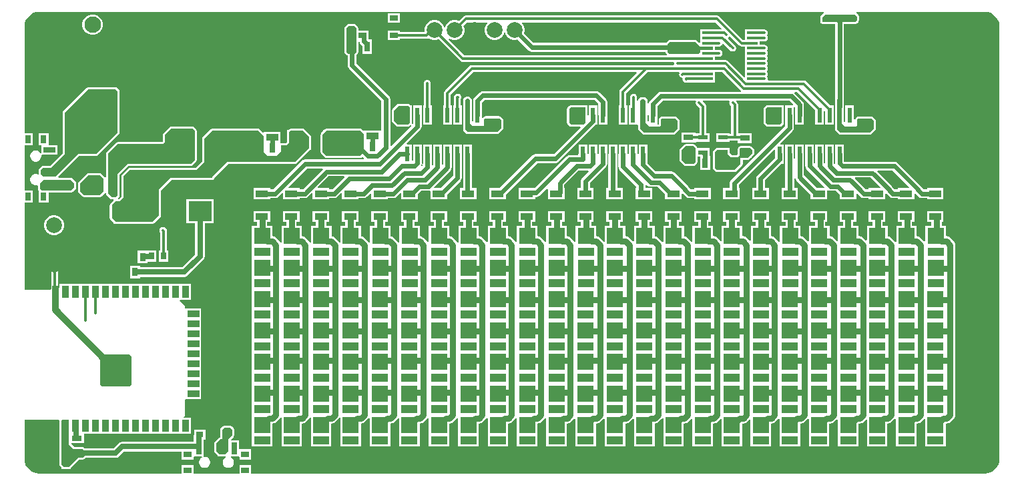
<source format=gtl>
G04*
G04 #@! TF.GenerationSoftware,Altium Limited,Altium Designer,22.7.1 (60)*
G04*
G04 Layer_Physical_Order=1*
G04 Layer_Color=255*
%FSLAX25Y25*%
%MOIN*%
G70*
G04*
G04 #@! TF.SameCoordinates,EB09720E-E5E6-4C8F-983A-54733B733D7F*
G04*
G04*
G04 #@! TF.FilePolarity,Positive*
G04*
G01*
G75*
%ADD12R,0.06299X0.03543*%
%ADD13R,0.05118X0.02756*%
%ADD14R,0.02756X0.05118*%
%ADD15R,0.03100X0.03800*%
%ADD16R,0.03800X0.03100*%
%ADD17R,0.08268X0.08268*%
%ADD18R,0.08268X0.03937*%
%ADD19R,0.04134X0.02165*%
%ADD20R,0.03543X0.05906*%
%ADD21R,0.05906X0.03543*%
%ADD22R,0.03543X0.03543*%
%ADD23R,0.05315X0.01575*%
%ADD24R,0.02362X0.07756*%
%ADD25R,0.03937X0.02756*%
%ADD26R,0.24016X0.24803*%
%ADD27R,0.04764X0.02284*%
%ADD28R,0.38386X0.48031*%
%ADD29R,0.15354X0.24410*%
%ADD30R,0.03150X0.04331*%
%ADD31R,0.05906X0.02756*%
%ADD32R,0.03150X0.03937*%
%ADD33R,0.05906X0.10236*%
%ADD34R,0.06299X0.13780*%
%ADD35R,0.03937X0.03150*%
%ADD36R,0.02756X0.05906*%
%ADD37R,0.12992X0.17323*%
%ADD38R,0.11811X0.09843*%
%ADD39R,0.02756X0.03543*%
%ADD68C,0.08268*%
%ADD74C,0.01378*%
%ADD75C,0.03347*%
%ADD76C,0.02362*%
%ADD77C,0.03150*%
%ADD78C,0.02756*%
%ADD79C,0.01181*%
%ADD80C,0.07874*%
%ADD81O,0.15748X0.07874*%
%ADD82O,0.07874X0.15748*%
%ADD83O,0.14173X0.07087*%
%ADD84C,0.01378*%
G36*
X418307Y231299D02*
Y229331D01*
X417598Y228622D01*
X401043D01*
Y230984D01*
X402343Y232283D01*
X417323D01*
X418307Y231299D01*
D02*
G37*
G36*
X410835Y189165D02*
Y177860D01*
X412514Y176181D01*
X417913D01*
X418332Y176600D01*
Y179552D01*
X418898Y180118D01*
X425787D01*
X426772Y179134D01*
Y175197D01*
X424803Y173228D01*
X410039D01*
X408473Y174795D01*
Y189670D01*
X408763Y189961D01*
X410039D01*
X410835Y189165D01*
D02*
G37*
G36*
X56102Y61024D02*
Y47244D01*
X55118Y46260D01*
X41339D01*
X40354Y47244D01*
Y47244D01*
Y57573D01*
Y61024D01*
X41339Y62008D01*
X55118D01*
X56102Y61024D01*
D02*
G37*
G36*
X24806Y29438D02*
Y17119D01*
X26965Y14961D01*
X31496D01*
X32677Y13780D01*
Y11417D01*
X31890Y10630D01*
X29571D01*
X24874Y5933D01*
X22118D01*
X21006Y7045D01*
Y23360D01*
Y29266D01*
X21268Y29528D01*
X24717D01*
X24806Y29438D01*
D02*
G37*
G36*
X9843Y233611D02*
X401629D01*
X401780Y233111D01*
X401621Y233004D01*
X400322Y231705D01*
X400101Y231374D01*
X400024Y230984D01*
Y228622D01*
X400101Y228232D01*
X400322Y227901D01*
X400653Y227680D01*
X401043Y227603D01*
X407425D01*
Y186259D01*
X407453Y186118D01*
Y174795D01*
X407531Y174405D01*
X407752Y174074D01*
X409318Y172507D01*
X409649Y172286D01*
X410039Y172209D01*
X424803D01*
X425193Y172286D01*
X425524Y172507D01*
X427493Y174476D01*
X427714Y174807D01*
X427791Y175197D01*
Y179134D01*
X427714Y179524D01*
X427493Y179855D01*
X426508Y180839D01*
X426178Y181060D01*
X425787Y181138D01*
X418898D01*
X418507Y181060D01*
X418177Y180839D01*
X417611Y180273D01*
X417390Y179943D01*
X417335Y179665D01*
X416835Y179715D01*
Y186768D01*
X412473D01*
Y178786D01*
X411973Y178522D01*
X411854Y178603D01*
Y186169D01*
X411872Y186259D01*
Y227603D01*
X417598D01*
X417989Y227680D01*
X418319Y227901D01*
X418319Y227901D01*
X419028Y228610D01*
X419028Y228610D01*
X419249Y228941D01*
X419327Y229331D01*
Y231299D01*
X419249Y231689D01*
X419028Y232020D01*
X419028Y232020D01*
X418044Y233004D01*
X417885Y233111D01*
X418037Y233611D01*
X482283D01*
X482350Y233624D01*
X483698Y233491D01*
X485059Y233078D01*
X485847Y232658D01*
X488563Y229941D01*
X488984Y229153D01*
X489397Y227793D01*
X489529Y226445D01*
X489516Y226378D01*
Y9843D01*
X489529Y9775D01*
X489397Y8428D01*
X488984Y7067D01*
X488563Y6279D01*
X485847Y3563D01*
X485059Y3142D01*
X483698Y2729D01*
X482350Y2597D01*
X482283Y2610D01*
X115862D01*
Y6807D01*
X109925D01*
Y2610D01*
X87122D01*
Y6807D01*
X81185D01*
Y2610D01*
X9843D01*
X9775Y2597D01*
X8428Y2729D01*
X7067Y3142D01*
X6279Y3563D01*
X3563Y6279D01*
X3142Y7067D01*
X2729Y8428D01*
X2597Y9775D01*
X2610Y9843D01*
Y29528D01*
X19771D01*
X19986Y29266D01*
Y23360D01*
Y7045D01*
X20064Y6655D01*
X20285Y6324D01*
X21118Y5491D01*
Y4933D01*
X22020D01*
X22118Y4913D01*
X24874D01*
X24973Y4933D01*
X25874D01*
Y5491D01*
X29993Y9610D01*
X31890D01*
X32280Y9688D01*
X32611Y9909D01*
X32611Y9909D01*
X33029Y10327D01*
X48185D01*
X49113Y10512D01*
X49900Y11038D01*
X52496Y13634D01*
X81185D01*
Y9532D01*
X87122D01*
Y10675D01*
X87287Y11106D01*
X91162D01*
X91296Y10606D01*
X90916Y10387D01*
X90400Y9871D01*
X90035Y9239D01*
X89846Y8534D01*
Y7804D01*
X90035Y7100D01*
X90400Y6467D01*
X90916Y5951D01*
X91548Y5587D01*
X92253Y5398D01*
X92983D01*
X93688Y5587D01*
X94320Y5951D01*
X94836Y6467D01*
X95201Y7100D01*
X95390Y7804D01*
Y8534D01*
X95201Y9239D01*
X94836Y9871D01*
X94320Y10387D01*
X93688Y10752D01*
X92983Y10941D01*
X92475D01*
X92206Y11044D01*
X92043Y11402D01*
Y14825D01*
X92090Y15059D01*
Y19497D01*
X93057D01*
Y24597D01*
X87257D01*
Y21957D01*
X87241Y21875D01*
Y18484D01*
X51492D01*
X50564Y18299D01*
X49778Y17774D01*
X47181Y15177D01*
X32722D01*
X32217Y15682D01*
X31886Y15903D01*
X31496Y15980D01*
X27387D01*
X26013Y17354D01*
X26209Y17854D01*
X28140D01*
X28374Y17808D01*
X28756D01*
X28990Y17854D01*
X32315D01*
Y22575D01*
X85764D01*
Y30480D01*
X82315D01*
X82123Y30942D01*
X82677Y31496D01*
Y39344D01*
X82976Y39720D01*
X83177Y39720D01*
X90882D01*
Y44721D01*
Y49720D01*
Y54720D01*
Y59720D01*
Y64720D01*
Y69721D01*
Y74721D01*
Y79720D01*
Y85264D01*
X83177D01*
X82976Y85264D01*
X82677Y85640D01*
Y86614D01*
X80249Y89042D01*
X80441Y89504D01*
X85764D01*
Y97409D01*
X20221D01*
Y95730D01*
X19783Y95529D01*
X19379Y95812D01*
Y106752D01*
X19248Y107411D01*
X18875Y107970D01*
X18541Y108304D01*
X17982Y108678D01*
X17323Y108809D01*
X16664Y108678D01*
X16105Y108304D01*
X15732Y107746D01*
X15601Y107087D01*
X15732Y106428D01*
X15935Y106123D01*
Y95168D01*
X15657Y94805D01*
X15526Y94488D01*
X2610D01*
Y138173D01*
X6905D01*
Y144110D01*
X2610D01*
Y166913D01*
X6905D01*
Y172850D01*
X2610D01*
Y226378D01*
X2597Y226445D01*
X2729Y227793D01*
X3142Y229153D01*
X3563Y229941D01*
X6279Y232658D01*
X7067Y233078D01*
X8428Y233491D01*
X9775Y233624D01*
X9843Y233611D01*
D02*
G37*
%LPC*%
G36*
X348524Y231757D02*
X222988D01*
X222329Y231626D01*
X221771Y231253D01*
X219432Y228915D01*
X219268Y229010D01*
X218012Y229346D01*
X216712D01*
X215457Y229010D01*
X214331Y228360D01*
X213412Y227441D01*
X212762Y226315D01*
X212621Y225790D01*
X212103D01*
X211963Y226315D01*
X211313Y227441D01*
X210394Y228360D01*
X209268Y229010D01*
X208012Y229346D01*
X206712D01*
X205457Y229010D01*
X204331Y228360D01*
X203412Y227441D01*
X202762Y226315D01*
X202425Y225059D01*
Y223760D01*
X202324Y223628D01*
X190032D01*
Y224284D01*
X184095D01*
Y219528D01*
X190032D01*
Y220183D01*
X203307D01*
X203966Y220315D01*
X204271Y220518D01*
X204331Y220459D01*
X205457Y219809D01*
X206712Y219472D01*
X208012D01*
X209268Y219809D01*
X209432Y219904D01*
X220318Y209018D01*
X220876Y208645D01*
X221535Y208514D01*
X326712D01*
X326875Y208376D01*
X327052Y208014D01*
X327051Y208013D01*
Y207843D01*
X327018Y207677D01*
X327051Y207511D01*
Y207341D01*
X327052Y207340D01*
X326875Y206979D01*
X326712Y206840D01*
X225984D01*
X225325Y206709D01*
X224767Y206336D01*
X212601Y194170D01*
X212228Y193612D01*
X212097Y192953D01*
Y186768D01*
X211638D01*
Y177012D01*
X216000D01*
Y186768D01*
X215541D01*
Y192239D01*
X226698Y203396D01*
X308181D01*
X308373Y202934D01*
X300253Y194814D01*
X299880Y194255D01*
X299748Y193596D01*
Y186768D01*
X299289D01*
Y177012D01*
X303652D01*
Y186768D01*
X303193D01*
Y192883D01*
X313705Y203396D01*
X329330D01*
X329411Y203335D01*
X329621Y202992D01*
X329639Y202896D01*
X329615Y202779D01*
X329551Y202623D01*
Y202453D01*
X329517Y202287D01*
X329551Y202120D01*
Y201951D01*
X329615Y201794D01*
X329648Y201628D01*
X329743Y201487D01*
X329808Y201330D01*
X329928Y201210D01*
X330022Y201069D01*
X330163Y200975D01*
X330283Y200855D01*
X330439Y200790D01*
X330580Y200696D01*
X330747Y200663D01*
X330904Y200598D01*
X330909D01*
X331081Y200478D01*
X331191Y200333D01*
X331272Y200150D01*
X331276Y200086D01*
Y199969D01*
X331243Y199803D01*
X331276Y199637D01*
Y199467D01*
X331341Y199311D01*
X331375Y199144D01*
X331469Y199003D01*
X331534Y198846D01*
X331653Y198726D01*
X331748Y198585D01*
X331889Y198491D01*
X332009Y198371D01*
X332165Y198306D01*
X332306Y198212D01*
X332473Y198179D01*
X332629Y198114D01*
X332799D01*
X332965Y198081D01*
X333132Y198114D01*
X333301D01*
X333458Y198179D01*
X333624Y198212D01*
X333723Y198278D01*
X339945D01*
Y198213D01*
X347260D01*
Y200772D01*
Y203396D01*
X351212D01*
X360530Y194078D01*
X360323Y193578D01*
X320488D01*
X320488Y193578D01*
X319637Y193409D01*
X318916Y192927D01*
X318916Y192927D01*
X314898Y188909D01*
X314416Y188188D01*
X314247Y187337D01*
X314247Y187337D01*
Y181890D01*
X314289Y181675D01*
Y178937D01*
X313789Y178674D01*
X313671Y178754D01*
Y189317D01*
X313594Y189707D01*
X313373Y190038D01*
X312729Y190682D01*
X312398Y190903D01*
X312008Y190980D01*
X310732D01*
X310341Y190903D01*
X310011Y190682D01*
X309318Y189989D01*
X309097Y189659D01*
X309020Y189269D01*
X308522Y189273D01*
Y190838D01*
X308488Y191005D01*
Y191174D01*
X308424Y191331D01*
X308390Y191497D01*
X308296Y191638D01*
X308231Y191795D01*
X308112Y191915D01*
X308017Y192056D01*
X307876Y192150D01*
X307756Y192270D01*
X307600Y192335D01*
X307459Y192429D01*
X307292Y192462D01*
X307136Y192527D01*
X306966D01*
X306800Y192560D01*
X306633Y192527D01*
X306464D01*
X306307Y192462D01*
X306141Y192429D01*
X305999Y192335D01*
X305843Y192270D01*
X305723Y192150D01*
X305582Y192056D01*
X305488Y191915D01*
X305368Y191795D01*
X305303Y191638D01*
X305209Y191497D01*
X305175Y191331D01*
X305111Y191174D01*
Y191005D01*
X305078Y190838D01*
Y186768D01*
X304289D01*
Y177012D01*
X308520D01*
X308652Y177012D01*
X309020Y176693D01*
Y175197D01*
X309097Y174807D01*
X309318Y174476D01*
X311287Y172507D01*
X311618Y172286D01*
X312008Y172209D01*
X326772D01*
X327162Y172286D01*
X327493Y172507D01*
X329461Y174476D01*
X329682Y174807D01*
X329760Y175197D01*
Y179134D01*
X329682Y179524D01*
X329461Y179855D01*
X328477Y180839D01*
X328146Y181060D01*
X327756Y181138D01*
X320866D01*
X320476Y181060D01*
X320145Y180839D01*
X319579Y180273D01*
X319358Y179943D01*
X319281Y179552D01*
Y177201D01*
X318652D01*
Y181675D01*
X318694Y181890D01*
Y186416D01*
X321409Y189130D01*
X337669D01*
X337797Y189023D01*
X337974Y188655D01*
X337972Y188630D01*
X337943Y188485D01*
X337878Y188328D01*
Y188159D01*
X337845Y187992D01*
X337878Y187826D01*
Y187656D01*
X337943Y187499D01*
X337976Y187333D01*
X338070Y187192D01*
X338135Y187035D01*
X338255Y186916D01*
X338349Y186775D01*
X339754Y185369D01*
Y172850D01*
X338114D01*
X337811Y173047D01*
Y173047D01*
X330693D01*
Y168291D01*
X337811D01*
Y168291D01*
X338114Y168567D01*
X344878D01*
Y172850D01*
X343198D01*
Y186083D01*
X343067Y186742D01*
X342694Y187300D01*
X341326Y188669D01*
X341517Y189130D01*
X354401D01*
X354529Y189023D01*
X354706Y188655D01*
X354704Y188630D01*
X354675Y188485D01*
X354610Y188328D01*
Y188159D01*
X354577Y187992D01*
X354610Y187826D01*
Y187656D01*
X354675Y187499D01*
X354708Y187333D01*
X354802Y187192D01*
X354867Y187035D01*
X354987Y186916D01*
X355082Y186775D01*
X355561Y186295D01*
Y172431D01*
X354760D01*
Y172850D01*
X347996D01*
Y168567D01*
X354760D01*
Y168987D01*
X358697D01*
Y167976D01*
X365815D01*
Y172732D01*
X359005D01*
Y187008D01*
X358874Y187667D01*
X358501Y188226D01*
X358058Y188669D01*
X358249Y189130D01*
X384670D01*
X386532Y187268D01*
X386325Y186768D01*
X382473D01*
Y182105D01*
X382430Y181890D01*
Y176466D01*
X366213Y160249D01*
X365815Y160558D01*
X365815Y161054D01*
X366863Y162102D01*
X367084Y162433D01*
X367161Y162823D01*
Y164370D01*
X367084Y164760D01*
X366863Y165091D01*
X365878Y166075D01*
X365548Y166296D01*
X365158Y166374D01*
X360236D01*
X359846Y166296D01*
X359515Y166075D01*
X358976Y165536D01*
X358786Y165252D01*
X358697D01*
Y164913D01*
X358677Y164815D01*
Y162366D01*
X358167Y161856D01*
X355912D01*
X354779Y162988D01*
Y164370D01*
X354760Y164469D01*
Y165370D01*
X353858D01*
X353760Y165390D01*
X348425D01*
X348327Y165370D01*
X347996D01*
Y165286D01*
X347704Y165091D01*
X346720Y164107D01*
X346499Y163776D01*
X346421Y163386D01*
Y155512D01*
X346499Y155122D01*
X346720Y154791D01*
X347704Y153807D01*
X348035Y153586D01*
X348425Y153508D01*
X357283D01*
X357674Y153586D01*
X358004Y153807D01*
X360957Y156759D01*
X361178Y157090D01*
X361256Y157480D01*
Y159414D01*
X363752D01*
X364142Y159491D01*
X364473Y159712D01*
X365257Y160496D01*
X365753Y160496D01*
X366062Y160098D01*
X355469Y149506D01*
X354987Y148784D01*
X354818Y147933D01*
X354818Y147933D01*
Y145390D01*
X351549D01*
Y139847D01*
X359849D01*
Y145390D01*
X359265D01*
Y147012D01*
X377011Y164757D01*
X377473Y164566D01*
Y162616D01*
X377430Y162402D01*
Y160626D01*
X368656Y151852D01*
X368174Y151130D01*
X368005Y150279D01*
X368005Y150279D01*
Y145390D01*
X366079D01*
Y139847D01*
X374378D01*
Y145390D01*
X372452D01*
Y149358D01*
X380618Y157524D01*
X381835D01*
Y159490D01*
X381877Y159705D01*
Y162402D01*
X381835Y162616D01*
Y167280D01*
X380186D01*
X379995Y167742D01*
X386226Y173973D01*
X386226Y173973D01*
X386708Y174694D01*
X386877Y175545D01*
X386877Y175545D01*
Y181890D01*
X386835Y182105D01*
Y185760D01*
X387335Y186027D01*
X387430Y185964D01*
Y181890D01*
X387473Y181675D01*
Y177012D01*
X391835D01*
Y181675D01*
X391878Y181890D01*
Y187291D01*
X391878Y187292D01*
X391708Y188143D01*
X391226Y188864D01*
X391226Y188864D01*
X387167Y192924D01*
X387167Y192937D01*
X387320Y193424D01*
X388381D01*
X397473Y184332D01*
Y177012D01*
X401835D01*
Y183881D01*
X402335Y184138D01*
X402473Y184040D01*
Y177012D01*
X406835D01*
Y186768D01*
X404908D01*
X392934Y198741D01*
X392376Y199115D01*
X391717Y199246D01*
X374227D01*
X373817Y199746D01*
X373868Y200000D01*
X373737Y200659D01*
X373363Y201218D01*
Y201341D01*
X373737Y201900D01*
X373868Y202559D01*
X373737Y203218D01*
X373584Y203447D01*
X373393Y203839D01*
X373584Y204231D01*
X373737Y204459D01*
X373868Y205118D01*
X373737Y205777D01*
X373363Y206336D01*
Y206459D01*
X373737Y207018D01*
X373868Y207677D01*
X373737Y208336D01*
X373584Y208565D01*
X373393Y208957D01*
X373584Y209349D01*
X373737Y209577D01*
X373868Y210236D01*
X373737Y210895D01*
X373363Y211454D01*
Y211578D01*
X373737Y212136D01*
X373868Y212795D01*
X373737Y213454D01*
X373363Y214013D01*
Y214137D01*
X373737Y214695D01*
X373868Y215354D01*
X373737Y216013D01*
X373363Y216572D01*
X372805Y216945D01*
X372449Y217016D01*
X372383Y217043D01*
X372312D01*
X372146Y217076D01*
X369898D01*
Y218750D01*
X372146D01*
X372312Y218783D01*
X372383D01*
X372449Y218811D01*
X372805Y218882D01*
X373363Y219255D01*
X373737Y219813D01*
X373868Y220472D01*
X373737Y221131D01*
X373363Y221690D01*
Y221814D01*
X373737Y222373D01*
X373868Y223031D01*
X373737Y223691D01*
X373363Y224249D01*
X372805Y224623D01*
X372449Y224693D01*
X372383Y224721D01*
X372312D01*
X372146Y224754D01*
X369898D01*
Y224819D01*
X362583D01*
Y219635D01*
X361360D01*
X349742Y231253D01*
X349183Y231626D01*
X348524Y231757D01*
D02*
G37*
G36*
X190032Y232748D02*
X184095D01*
Y227992D01*
X190032D01*
Y232748D01*
D02*
G37*
G36*
X37290Y232299D02*
X35938D01*
X34633Y231949D01*
X33462Y231274D01*
X32506Y230318D01*
X31830Y229147D01*
X31480Y227841D01*
Y226489D01*
X31830Y225184D01*
X32506Y224013D01*
X33462Y223057D01*
X34633Y222381D01*
X35938Y222031D01*
X37290D01*
X38596Y222381D01*
X39766Y223057D01*
X40722Y224013D01*
X41398Y225184D01*
X41748Y226489D01*
Y227841D01*
X41398Y229147D01*
X40722Y230318D01*
X39766Y231274D01*
X38596Y231949D01*
X37290Y232299D01*
D02*
G37*
G36*
X167323Y227397D02*
X164370D01*
X163980Y227320D01*
X163649Y227099D01*
X162665Y226115D01*
X162444Y225784D01*
X162366Y225394D01*
Y213583D01*
X162444Y213193D01*
X162665Y212862D01*
X163649Y211877D01*
X163965Y211666D01*
Y206843D01*
X163965Y206842D01*
X164134Y205992D01*
X164617Y205270D01*
X180847Y189040D01*
Y174395D01*
X180457Y174130D01*
X171800D01*
X170997Y174934D01*
X170666Y175155D01*
X170276Y175232D01*
X153543D01*
X153153Y175155D01*
X152822Y174934D01*
X152208Y174319D01*
X151913D01*
Y174025D01*
X150854Y172965D01*
X150633Y172634D01*
X150555Y172244D01*
Y163386D01*
X150633Y162996D01*
X150854Y162665D01*
X152822Y160696D01*
X153153Y160475D01*
X153543Y160398D01*
X170276D01*
X170666Y160475D01*
X170996Y160696D01*
X171336Y161036D01*
X172169Y160204D01*
X171962Y159704D01*
X142744D01*
X141893Y159535D01*
X141172Y159053D01*
X141172Y159053D01*
X126961Y144842D01*
X125311D01*
Y145390D01*
X117012D01*
Y139847D01*
X125311D01*
Y140394D01*
X127882D01*
X127882Y140394D01*
X128733Y140564D01*
X129454Y141046D01*
X131276Y142867D01*
X131738Y142676D01*
Y139847D01*
X140037D01*
Y140394D01*
X142608D01*
X142608Y140394D01*
X143459Y140564D01*
X144181Y141046D01*
X146002Y142867D01*
X146464Y142676D01*
Y139847D01*
X154764D01*
Y140394D01*
X157334D01*
X157334Y140394D01*
X158185Y140564D01*
X158907Y141046D01*
X160729Y142867D01*
X161191Y142676D01*
Y139847D01*
X169490D01*
Y140394D01*
X172061D01*
X172061Y140394D01*
X172912Y140564D01*
X173633Y141046D01*
X175455Y142867D01*
X175917Y142676D01*
Y139847D01*
X184216D01*
Y140394D01*
X186787D01*
X186787Y140394D01*
X187638Y140564D01*
X188359Y141046D01*
X190181Y142867D01*
X190643Y142676D01*
Y139847D01*
X198942D01*
Y142245D01*
X200730Y144032D01*
X204327D01*
X204327Y144032D01*
X204869Y144140D01*
X205369Y143774D01*
Y139847D01*
X213669D01*
Y142245D01*
X220391Y148968D01*
X220391Y148968D01*
X220873Y149689D01*
X221043Y150540D01*
X221043Y150540D01*
Y162402D01*
X221000Y162616D01*
Y167280D01*
X216638D01*
Y162616D01*
X216595Y162402D01*
Y151461D01*
X210524Y145390D01*
X207259D01*
X207067Y145852D01*
X215391Y154175D01*
X215391Y154175D01*
X215874Y154897D01*
X216043Y155748D01*
Y162402D01*
X216000Y162616D01*
Y167280D01*
X211638D01*
Y162616D01*
X211595Y162402D01*
Y157082D01*
X211543Y157048D01*
X211043Y157315D01*
Y162402D01*
X211000Y162616D01*
Y167280D01*
X206638D01*
Y162616D01*
X206595Y162402D01*
Y156884D01*
X206458Y156787D01*
X205958Y157044D01*
Y157134D01*
X206043Y157559D01*
X206043Y157559D01*
Y162402D01*
X206000Y162616D01*
Y167280D01*
X201638D01*
Y162616D01*
X201595Y162402D01*
Y157899D01*
X201511Y157475D01*
X201511Y157475D01*
Y156839D01*
X201020Y156348D01*
X200631Y156666D01*
X200873Y157029D01*
X200972Y157524D01*
X201000D01*
X201043Y157880D01*
X201043Y157880D01*
X201043Y158006D01*
Y162402D01*
X201000Y162616D01*
Y167280D01*
X196638D01*
Y162616D01*
X196595Y162402D01*
Y159206D01*
X196500Y159141D01*
X196000Y159406D01*
Y162187D01*
X196043Y162402D01*
X196000Y162616D01*
Y167280D01*
X193716D01*
X193524Y167742D01*
X200391Y174609D01*
X200391Y174609D01*
X200873Y175330D01*
X201043Y176181D01*
X201043Y176181D01*
Y181890D01*
X201000Y182105D01*
Y186768D01*
X196638D01*
Y182105D01*
X196595Y181890D01*
Y177505D01*
X196500Y177442D01*
X196476Y177443D01*
X196000Y177711D01*
Y177913D01*
X196020Y178012D01*
Y185768D01*
X196000Y185866D01*
Y186768D01*
X195442D01*
X194865Y187345D01*
X194865Y187345D01*
X194534Y187566D01*
X194144Y187644D01*
X189577D01*
X189187Y187566D01*
X188856Y187345D01*
X186287Y184776D01*
X186066Y184445D01*
X185988Y184055D01*
Y179134D01*
X186066Y178744D01*
X186287Y178413D01*
X188255Y176444D01*
X188586Y176223D01*
X188976Y176146D01*
X194153D01*
X194544Y176223D01*
X194875Y176444D01*
X195336Y176906D01*
X195652Y176867D01*
X195847Y176354D01*
X185757Y166264D01*
X185295Y166455D01*
Y189961D01*
X185295Y189961D01*
X185125Y190812D01*
X184643Y191533D01*
X184643Y191533D01*
X168413Y207764D01*
Y212246D01*
X169028Y212862D01*
X169249Y213193D01*
X169327Y213583D01*
Y219528D01*
X169878D01*
Y218886D01*
X169878Y218886D01*
X170048Y218035D01*
X170530Y217313D01*
X171291Y216552D01*
Y212579D01*
X176047D01*
Y219697D01*
X174436D01*
X174326Y219807D01*
Y221709D01*
X174326Y221709D01*
X174283Y221924D01*
Y224284D01*
X169327D01*
Y225394D01*
X169249Y225784D01*
X169028Y226115D01*
X168044Y227099D01*
X167713Y227320D01*
X167323Y227397D01*
D02*
G37*
G36*
X288189Y193956D02*
X288189Y193956D01*
X231496D01*
X231496Y193956D01*
X230645Y193787D01*
X229924Y193305D01*
X229924Y193305D01*
X227246Y190628D01*
X226764Y189906D01*
X226595Y189055D01*
X226595Y189055D01*
Y181890D01*
X226638Y181675D01*
Y178695D01*
X226138Y178431D01*
X226020Y178512D01*
Y189393D01*
X225942Y189783D01*
X225721Y190114D01*
X224956Y190878D01*
X224625Y191100D01*
X224235Y191177D01*
X223324D01*
X222934Y191100D01*
X222603Y190878D01*
X221920Y190195D01*
X221699Y189864D01*
X221621Y189474D01*
Y174702D01*
X221699Y174311D01*
X221920Y173981D01*
X223196Y172704D01*
X223527Y172483D01*
X223917Y172406D01*
X238681D01*
X239071Y172483D01*
X239402Y172704D01*
X241371Y174673D01*
X241592Y175004D01*
X241669Y175394D01*
Y179331D01*
X241592Y179721D01*
X241371Y180052D01*
X240386Y181036D01*
X240055Y181257D01*
X239665Y181334D01*
X232776D01*
X232385Y181257D01*
X232055Y181036D01*
X231500Y180481D01*
X231452Y180483D01*
X231000Y180639D01*
Y181675D01*
X231043Y181890D01*
Y188134D01*
X232417Y189508D01*
X287268D01*
X289247Y187530D01*
Y181890D01*
X289289Y181675D01*
Y177012D01*
X293652D01*
Y181675D01*
X293694Y181890D01*
Y188451D01*
X293694Y188451D01*
X293525Y189302D01*
X293043Y190023D01*
X293043Y190023D01*
X289761Y193305D01*
X289040Y193787D01*
X288189Y193956D01*
D02*
G37*
G36*
X219055Y192667D02*
X218889Y192634D01*
X218719D01*
X218563Y192569D01*
X218396Y192536D01*
X218255Y192442D01*
X218098Y192377D01*
X217979Y192257D01*
X217837Y192163D01*
X217601Y191926D01*
X217228Y191368D01*
X217097Y190709D01*
Y186768D01*
X216638D01*
Y177012D01*
X221000D01*
Y186768D01*
X220541D01*
Y190119D01*
X220552Y190145D01*
X220646Y190286D01*
X220679Y190452D01*
X220744Y190609D01*
Y190779D01*
X220777Y190945D01*
X220744Y191111D01*
Y191281D01*
X220679Y191437D01*
X220646Y191604D01*
X220552Y191745D01*
X220487Y191902D01*
X220367Y192022D01*
X220273Y192163D01*
X220132Y192257D01*
X220012Y192377D01*
X219855Y192442D01*
X219714Y192536D01*
X219548Y192569D01*
X219391Y192634D01*
X219221D01*
X219055Y192667D01*
D02*
G37*
G36*
X203740Y199557D02*
X203574Y199524D01*
X203404D01*
X203247Y199459D01*
X203081Y199426D01*
X202940Y199331D01*
X202783Y199267D01*
X202663Y199147D01*
X202522Y199052D01*
X202428Y198911D01*
X202308Y198791D01*
X202243Y198635D01*
X202149Y198494D01*
X202116Y198327D01*
X202051Y198171D01*
Y198001D01*
X202018Y197835D01*
Y186768D01*
X201638D01*
Y177012D01*
X206000D01*
Y186768D01*
X205462D01*
Y197835D01*
X205429Y198001D01*
Y198171D01*
X205364Y198327D01*
X205331Y198494D01*
X205237Y198635D01*
X205172Y198791D01*
X205052Y198911D01*
X204958Y199052D01*
X204817Y199147D01*
X204697Y199267D01*
X204540Y199331D01*
X204399Y199426D01*
X204233Y199459D01*
X204076Y199524D01*
X203906D01*
X203740Y199557D01*
D02*
G37*
G36*
X380835Y186787D02*
X373518D01*
X373128Y186710D01*
X372797Y186489D01*
X372069Y185760D01*
X371848Y185430D01*
X371770Y185039D01*
Y178150D01*
X371848Y177759D01*
X372069Y177429D01*
X373053Y176444D01*
X373383Y176223D01*
X373774Y176146D01*
X379988D01*
X380379Y176223D01*
X380709Y176444D01*
X381277Y177012D01*
X381835D01*
Y177913D01*
X381854Y178012D01*
Y185768D01*
X381835Y185866D01*
Y186768D01*
X380933D01*
X380835Y186787D01*
D02*
G37*
G36*
X14780Y172850D02*
X9630D01*
Y166913D01*
X10773D01*
X11205Y166748D01*
X11205Y166413D01*
Y162874D01*
X10705Y162740D01*
X10486Y163119D01*
X9970Y163635D01*
X9337Y164000D01*
X8633Y164189D01*
X7903D01*
X7198Y164000D01*
X6566Y163635D01*
X6050Y163119D01*
X5685Y162487D01*
X5496Y161782D01*
Y161052D01*
X5685Y160347D01*
X6050Y159715D01*
X6566Y159200D01*
X7198Y158835D01*
X7903Y158646D01*
X8633D01*
X9337Y158835D01*
X9970Y159200D01*
X10486Y159715D01*
X10851Y160347D01*
X11039Y161052D01*
Y161561D01*
X11142Y161829D01*
X11501Y161992D01*
X19110D01*
Y166748D01*
X15211D01*
X14780Y166913D01*
X14780Y167248D01*
Y172850D01*
D02*
G37*
G36*
X282652Y186787D02*
X275335D01*
X274944Y186710D01*
X274614Y186489D01*
X273885Y185760D01*
X273664Y185430D01*
X273587Y185039D01*
Y178150D01*
X273664Y177759D01*
X273885Y177429D01*
X274870Y176444D01*
X275200Y176223D01*
X275591Y176146D01*
X280072D01*
X280263Y175684D01*
X266962Y162382D01*
X257791D01*
X257791Y162382D01*
X256941Y162213D01*
X256219Y161731D01*
X256219Y161731D01*
X239878Y145390D01*
X234723D01*
Y139847D01*
X243023D01*
Y142245D01*
X258713Y157935D01*
X267883D01*
X267883Y157935D01*
X268734Y158104D01*
X269455Y158586D01*
X287881Y177012D01*
X288652D01*
Y178531D01*
X288694Y178746D01*
Y181890D01*
X288652Y182105D01*
Y186768D01*
X284289D01*
Y182105D01*
X284247Y181890D01*
Y180048D01*
X284171Y179998D01*
X283671Y180265D01*
Y185768D01*
X283652Y185866D01*
Y186768D01*
X282750D01*
X282652Y186787D01*
D02*
G37*
G36*
X293652Y167280D02*
X289289D01*
Y162616D01*
X289247Y162402D01*
Y158947D01*
X289194Y158912D01*
X288694Y159179D01*
Y162402D01*
X288652Y162616D01*
Y167280D01*
X284289D01*
Y162616D01*
X284247Y162402D01*
Y158647D01*
X284166Y158566D01*
X283652D01*
Y159490D01*
X283694Y159705D01*
Y162402D01*
X283652Y162616D01*
Y167280D01*
X279289D01*
Y162616D01*
X279247Y162402D01*
Y161928D01*
X274862D01*
X274862Y161928D01*
X274011Y161759D01*
X273290Y161277D01*
X273290Y161277D01*
X257402Y145390D01*
X249351D01*
Y139847D01*
X257651D01*
Y140861D01*
X258242D01*
X258242Y140861D01*
X259093Y141030D01*
X259815Y141512D01*
X263479Y145177D01*
X263979Y144970D01*
Y139847D01*
X272278D01*
Y145390D01*
X272236D01*
Y147044D01*
X279311Y154119D01*
X284179D01*
X284370Y153657D01*
X281184Y150471D01*
X280702Y149749D01*
X280533Y148898D01*
X280533Y148898D01*
Y145390D01*
X278607D01*
Y139847D01*
X286906D01*
Y145390D01*
X284981D01*
Y147977D01*
X293043Y156040D01*
X293043Y156040D01*
X293525Y156761D01*
X293694Y157612D01*
X293694Y157612D01*
Y162402D01*
X293652Y162616D01*
Y167280D01*
D02*
G37*
G36*
X313652D02*
X309289D01*
Y162616D01*
X309247Y162402D01*
Y158679D01*
X308747Y158412D01*
X308694Y158447D01*
Y162402D01*
X308652Y162616D01*
Y167280D01*
X304289D01*
Y162616D01*
X304247Y162402D01*
Y157813D01*
X303747Y157536D01*
X303694Y157568D01*
Y162402D01*
X303652Y162616D01*
Y167280D01*
X299289D01*
Y162616D01*
X299247Y162402D01*
Y156207D01*
X299247Y156207D01*
X299416Y155356D01*
X299898Y154634D01*
X308216Y146316D01*
Y145390D01*
X307863D01*
Y139847D01*
X316162D01*
Y145390D01*
X312664D01*
Y147067D01*
X313138Y147300D01*
X313798Y146640D01*
X314519Y146158D01*
X315370Y145989D01*
X315370Y145989D01*
X318747D01*
X322491Y142245D01*
Y139847D01*
X330790D01*
Y142453D01*
X331290Y142660D01*
X332904Y141046D01*
X333626Y140564D01*
X334477Y140394D01*
X334477Y140394D01*
X337020D01*
Y139847D01*
X345319D01*
Y145390D01*
X337020D01*
Y144842D01*
X335398D01*
X334498Y145741D01*
X334157Y146252D01*
X334157Y146252D01*
X327262Y153147D01*
X326540Y153629D01*
X325689Y153799D01*
X325689Y153799D01*
X317850D01*
X313694Y157955D01*
Y162402D01*
X313652Y162616D01*
Y167280D01*
D02*
G37*
G36*
X411835D02*
X407473D01*
Y162616D01*
X407430Y162402D01*
Y157863D01*
X407131Y157626D01*
X406952Y157566D01*
X406878Y157611D01*
Y162402D01*
X406835Y162616D01*
Y167280D01*
X402473D01*
Y162616D01*
X402430Y162402D01*
Y158016D01*
X401930Y157748D01*
X401877Y157783D01*
Y162402D01*
X401835Y162616D01*
Y167280D01*
X397473D01*
Y162616D01*
X397430Y162402D01*
Y158094D01*
X396930Y157827D01*
X396878Y157862D01*
Y162402D01*
X396835Y162616D01*
Y167280D01*
X392473D01*
Y162616D01*
X392430Y162402D01*
Y156527D01*
X392430Y156527D01*
X392599Y155676D01*
X393081Y154955D01*
X402184Y145852D01*
X401993Y145390D01*
X398283D01*
X391878Y151795D01*
Y162402D01*
X391835Y162616D01*
Y167280D01*
X387473D01*
Y162616D01*
X387430Y162402D01*
Y160486D01*
X386930Y160297D01*
X386877Y160357D01*
Y162402D01*
X386835Y162616D01*
Y167280D01*
X382473D01*
Y162616D01*
X382430Y162402D01*
Y159705D01*
X382430Y159705D01*
X382473Y159490D01*
Y157524D01*
X382534D01*
Y145390D01*
X380608D01*
Y139847D01*
X388907D01*
Y145390D01*
X386982D01*
Y150564D01*
X387482Y150613D01*
X387599Y150023D01*
X388081Y149301D01*
X395138Y142245D01*
Y139847D01*
X403437D01*
Y144097D01*
X403878Y144333D01*
X404074Y144201D01*
X404925Y144032D01*
X404925Y144032D01*
X407880D01*
X409667Y142245D01*
Y139847D01*
X417966D01*
Y142453D01*
X418466Y142660D01*
X420081Y141046D01*
X420802Y140564D01*
X421653Y140394D01*
X421653Y140394D01*
X424196D01*
Y139847D01*
X432496D01*
Y142453D01*
X432996Y142660D01*
X434610Y141046D01*
X435331Y140564D01*
X436182Y140394D01*
X436183Y140394D01*
X438726D01*
Y139847D01*
X447025D01*
Y142453D01*
X447525Y142660D01*
X449139Y141046D01*
X449861Y140564D01*
X450712Y140394D01*
X450712Y140394D01*
X453255D01*
Y139847D01*
X461554D01*
Y145390D01*
X453255D01*
Y144842D01*
X451633D01*
X450734Y145741D01*
X450393Y146252D01*
X450393Y146252D01*
X438729Y157915D01*
X438008Y158397D01*
X437157Y158566D01*
X437157Y158566D01*
X411959D01*
X411877Y158647D01*
Y162402D01*
X411835Y162616D01*
Y167280D01*
D02*
G37*
G36*
X336614Y167358D02*
X332677D01*
X332287Y167281D01*
X331956Y167060D01*
X329988Y165091D01*
X329988Y165091D01*
X329767Y164760D01*
X329689Y164370D01*
Y159449D01*
X329767Y159059D01*
X329988Y158728D01*
X331956Y156759D01*
X332287Y156538D01*
X332677Y156461D01*
X336614D01*
X337004Y156538D01*
X337335Y156759D01*
X338319Y157744D01*
X338540Y158074D01*
X338618Y158465D01*
Y161087D01*
X340150D01*
Y158150D01*
X340150Y158150D01*
X340193Y157935D01*
Y154394D01*
X344949D01*
Y161512D01*
X344878D01*
Y165370D01*
X342747D01*
X342335Y165452D01*
X342335Y165452D01*
X341496D01*
X341083Y165370D01*
X338615D01*
X338540Y165744D01*
X338319Y166075D01*
X337335Y167060D01*
X337004Y167281D01*
X336614Y167358D01*
D02*
G37*
G36*
X48228Y195902D02*
X34449Y195902D01*
X34059Y195824D01*
X33728Y195603D01*
X21917Y183792D01*
X21696Y183461D01*
X21618Y183071D01*
X21618Y162824D01*
X15326Y156531D01*
X11811D01*
X11421Y156454D01*
X11090Y156233D01*
X10106Y155248D01*
X9885Y154918D01*
X9807Y154528D01*
Y152559D01*
X9821Y152487D01*
X9375Y152167D01*
X9337Y152189D01*
X8633Y152378D01*
X7903D01*
X7198Y152189D01*
X6566Y151824D01*
X6050Y151308D01*
X5685Y150676D01*
X5496Y149971D01*
Y149241D01*
X5685Y148537D01*
X6050Y147905D01*
X6566Y147388D01*
X7198Y147023D01*
X7903Y146835D01*
X8633D01*
X8951Y146920D01*
X9451Y146536D01*
Y145042D01*
X9528Y144651D01*
X9572Y144586D01*
X9630Y144110D01*
X9630Y144110D01*
X9630Y144110D01*
Y138173D01*
X14780D01*
Y143243D01*
X26152D01*
X26542Y143320D01*
X26873Y143542D01*
X28280Y144948D01*
X28501Y145279D01*
X28579Y145669D01*
Y147638D01*
X28501Y148028D01*
X28280Y148359D01*
X26311Y150327D01*
X25981Y150548D01*
X25591Y150626D01*
X19704D01*
X19497Y151126D01*
X29753Y161382D01*
X38386D01*
X38776Y161460D01*
X39107Y161681D01*
X49934Y172507D01*
X50155Y172838D01*
X50232Y173228D01*
Y193898D01*
X50155Y194288D01*
X49934Y194619D01*
X48949Y195603D01*
X48619Y195824D01*
X48228Y195902D01*
D02*
G37*
G36*
X86614Y176216D02*
X75787D01*
X75397Y176139D01*
X75066Y175918D01*
X72114Y172965D01*
X71893Y172634D01*
X71815Y172244D01*
Y168729D01*
X71428Y168342D01*
X49213D01*
X48822Y168265D01*
X48492Y168044D01*
X43570Y163122D01*
X43349Y162792D01*
X43272Y162402D01*
Y150927D01*
X42772Y150720D01*
X40999Y152493D01*
X40668Y152714D01*
X40278Y152791D01*
X34373D01*
X33983Y152714D01*
X33652Y152493D01*
X29715Y148556D01*
X29494Y148225D01*
X29416Y147835D01*
Y143898D01*
X29494Y143507D01*
X29715Y143177D01*
X31683Y141208D01*
X32014Y140987D01*
X32404Y140910D01*
X40278D01*
X40668Y140987D01*
X40999Y141208D01*
X42772Y142981D01*
X43272Y142773D01*
Y142717D01*
X43349Y142326D01*
X43570Y141996D01*
X45539Y140027D01*
X45870Y139806D01*
X46260Y139728D01*
X47028D01*
X47235Y139228D01*
X45539Y137532D01*
X45318Y137201D01*
X45240Y136811D01*
Y130405D01*
X45318Y130015D01*
X45539Y129684D01*
X47045Y128178D01*
Y127620D01*
X47946D01*
X48044Y127601D01*
X66612D01*
X67002Y127678D01*
X67333Y127899D01*
X70603Y131169D01*
X70824Y131500D01*
X70902Y131890D01*
Y144263D01*
X76210Y149571D01*
X96457D01*
X96847Y149649D01*
X97178Y149870D01*
X97399Y150200D01*
X97476Y150591D01*
Y150648D01*
X104273Y157445D01*
X137795D01*
X138186Y157523D01*
X138516Y157744D01*
X145406Y164633D01*
X145627Y164964D01*
X145705Y165354D01*
Y171260D01*
X145627Y171650D01*
X145406Y171981D01*
X142453Y174934D01*
X142122Y175155D01*
X141732Y175232D01*
X135807D01*
X135417Y175155D01*
X135086Y174934D01*
X134471Y174319D01*
X133913D01*
Y173417D01*
X133894Y173319D01*
Y168461D01*
X133313Y167880D01*
X130887D01*
X130580Y168049D01*
X130480Y168359D01*
Y173648D01*
X122181D01*
Y173418D01*
X121719Y173227D01*
X120012Y174934D01*
X119682Y175155D01*
X119291Y175232D01*
X96457D01*
X96066Y175155D01*
X95736Y174934D01*
X91799Y170997D01*
X91578Y170666D01*
X91500Y170276D01*
Y158887D01*
X88160Y155547D01*
X55118D01*
X54728Y155470D01*
X54397Y155248D01*
X51444Y152296D01*
X51223Y151965D01*
X51146Y151575D01*
Y141170D01*
X49890Y139915D01*
X49584Y139955D01*
X49398Y140476D01*
X49934Y141011D01*
X50155Y141342D01*
X50232Y141732D01*
Y152137D01*
X54556Y156461D01*
X85630D01*
X86020Y156538D01*
X86351Y156759D01*
X88319Y158728D01*
X88540Y159059D01*
X88618Y159449D01*
Y174213D01*
X88540Y174603D01*
X88319Y174934D01*
X87335Y175918D01*
X87004Y176139D01*
X86614Y176216D01*
D02*
G37*
G36*
X298652Y167280D02*
X294289D01*
Y162616D01*
X294247Y162402D01*
Y145390D01*
X293235D01*
Y139847D01*
X301534D01*
Y145390D01*
X298694D01*
Y162402D01*
X298652Y162616D01*
Y167280D01*
D02*
G37*
G36*
X226000Y167280D02*
X221638D01*
Y162616D01*
X221595Y162402D01*
Y145390D01*
X220096D01*
Y139847D01*
X228395D01*
Y145390D01*
X226043D01*
Y162402D01*
X226000Y162616D01*
Y167280D01*
D02*
G37*
G36*
X17973Y131709D02*
X16673D01*
X15417Y131372D01*
X14291Y130722D01*
X13372Y129803D01*
X12722Y128677D01*
X12386Y127422D01*
Y126122D01*
X12722Y124866D01*
X13372Y123740D01*
X14291Y122821D01*
X15417Y122171D01*
X16673Y121835D01*
X17973D01*
X19228Y122171D01*
X20354Y122821D01*
X21273Y123740D01*
X21923Y124866D01*
X22260Y126122D01*
Y127422D01*
X21923Y128677D01*
X21273Y129803D01*
X20354Y130722D01*
X19228Y131372D01*
X17973Y131709D01*
D02*
G37*
G36*
X461554Y133972D02*
X453255D01*
Y128429D01*
X455448D01*
Y126492D01*
X452468D01*
Y118888D01*
X451968Y118719D01*
X451913Y118791D01*
X450068Y120636D01*
X449530Y121048D01*
X448903Y121308D01*
X448231Y121396D01*
X448206D01*
Y126492D01*
X445915D01*
Y128429D01*
X447025D01*
Y133972D01*
X438726D01*
Y128429D01*
X440721D01*
Y126492D01*
X437938D01*
Y118632D01*
X437438Y118462D01*
X437186Y118791D01*
X435341Y120636D01*
X434803Y121048D01*
X434177Y121308D01*
X433677Y121374D01*
Y126492D01*
X431189D01*
Y128429D01*
X432496D01*
Y133972D01*
X424196D01*
Y128429D01*
X425995D01*
Y126492D01*
X423409D01*
Y119336D01*
X422909Y119129D01*
X421403Y120636D01*
X420865Y121048D01*
X420238Y121308D01*
X419566Y121396D01*
X419147D01*
Y126492D01*
X416463D01*
Y128429D01*
X417966D01*
Y133972D01*
X409667D01*
Y128429D01*
X411269D01*
Y126492D01*
X408880D01*
Y119132D01*
X408380Y118932D01*
X406676Y120636D01*
X406138Y121048D01*
X405512Y121308D01*
X404840Y121396D01*
X404618D01*
Y126492D01*
X402524D01*
Y128429D01*
X403437D01*
Y133972D01*
X395138D01*
Y128429D01*
X397330D01*
Y126492D01*
X394350D01*
Y118888D01*
X393850Y118719D01*
X393795Y118791D01*
X391950Y120636D01*
X391412Y121048D01*
X390786Y121308D01*
X390114Y121396D01*
X390089D01*
Y126492D01*
X387798D01*
Y128429D01*
X388907D01*
Y133972D01*
X380608D01*
Y128429D01*
X382604D01*
Y126492D01*
X379821D01*
Y118632D01*
X379321Y118462D01*
X379069Y118791D01*
X377224Y120636D01*
X376686Y121048D01*
X376060Y121308D01*
X375559Y121374D01*
Y126492D01*
X373072D01*
Y128429D01*
X374378D01*
Y133972D01*
X366079D01*
Y128429D01*
X367878D01*
Y126492D01*
X365291D01*
Y119238D01*
X364791Y119031D01*
X363187Y120636D01*
X362649Y121048D01*
X362022Y121308D01*
X361350Y121396D01*
X361030D01*
Y126492D01*
X358345D01*
Y128429D01*
X359849D01*
Y133972D01*
X351549D01*
Y128429D01*
X353151D01*
Y126492D01*
X350762D01*
Y119017D01*
X350435Y118855D01*
X350262Y118834D01*
X348460Y120636D01*
X347922Y121048D01*
X347296Y121308D01*
X346624Y121396D01*
X346500D01*
Y126492D01*
X344210D01*
Y128429D01*
X345319D01*
Y133972D01*
X337020D01*
Y128429D01*
X339016D01*
Y126492D01*
X336233D01*
Y118760D01*
X335733Y118590D01*
X335579Y118791D01*
X333734Y120636D01*
X333196Y121048D01*
X332570Y121308D01*
X331971Y121387D01*
Y126492D01*
X329483D01*
Y128429D01*
X330790D01*
Y133972D01*
X322491D01*
Y128429D01*
X324289D01*
Y126492D01*
X321703D01*
Y118468D01*
X321520Y118378D01*
X321203Y118334D01*
X320853Y118791D01*
X319008Y120636D01*
X318470Y121048D01*
X317844Y121308D01*
X317343Y121374D01*
Y126492D01*
X314757D01*
Y128429D01*
X316162D01*
Y133972D01*
X307863D01*
Y128429D01*
X309563D01*
Y126492D01*
X307075D01*
Y118888D01*
X306575Y118719D01*
X306520Y118791D01*
X304675Y120636D01*
X304137Y121048D01*
X303511Y121308D01*
X302839Y121396D01*
X302715D01*
Y126492D01*
X300031D01*
Y128429D01*
X301534D01*
Y133972D01*
X293235D01*
Y128429D01*
X294837D01*
Y126492D01*
X292447D01*
Y118760D01*
X291948Y118590D01*
X291794Y118791D01*
X289949Y120636D01*
X289411Y121048D01*
X288785Y121308D01*
X288112Y121396D01*
X288087D01*
Y126492D01*
X285698D01*
Y128429D01*
X286906D01*
Y133972D01*
X278607D01*
Y128429D01*
X280504D01*
Y126492D01*
X277820D01*
Y118632D01*
X277320Y118462D01*
X277068Y118791D01*
X275223Y120636D01*
X274685Y121048D01*
X274058Y121308D01*
X273460Y121387D01*
Y126492D01*
X270972D01*
Y128429D01*
X272278D01*
Y133972D01*
X263979D01*
Y128429D01*
X265778D01*
Y126492D01*
X263192D01*
Y118468D01*
X263009Y118378D01*
X262692Y118334D01*
X262341Y118791D01*
X260496Y120636D01*
X259958Y121048D01*
X259332Y121308D01*
X258832Y121374D01*
Y126492D01*
X256246D01*
Y128429D01*
X257651D01*
Y133972D01*
X249351D01*
Y128429D01*
X251052D01*
Y126492D01*
X248564D01*
Y118468D01*
X248381Y118378D01*
X248064Y118334D01*
X247713Y118791D01*
X245868Y120636D01*
X245331Y121048D01*
X244704Y121308D01*
X244204Y121374D01*
Y126492D01*
X241519D01*
Y128429D01*
X243023D01*
Y133972D01*
X234723D01*
Y128429D01*
X236325D01*
Y126492D01*
X233936D01*
Y118468D01*
X233753Y118378D01*
X233436Y118334D01*
X233086Y118791D01*
X231241Y120636D01*
X230703Y121048D01*
X230076Y121308D01*
X229576Y121374D01*
Y126492D01*
X226891D01*
Y128429D01*
X228395D01*
Y133972D01*
X220096D01*
Y128429D01*
X221697D01*
Y126492D01*
X219308D01*
Y118265D01*
X218808Y118165D01*
X218772Y118253D01*
X218359Y118791D01*
X216514Y120636D01*
X215977Y121048D01*
X215350Y121308D01*
X214850Y121374D01*
Y126492D01*
X212165D01*
Y128429D01*
X213669D01*
Y133972D01*
X205369D01*
Y128429D01*
X206971D01*
Y126492D01*
X204582D01*
Y118265D01*
X204082Y118165D01*
X204046Y118253D01*
X203633Y118791D01*
X201788Y120636D01*
X201250Y121048D01*
X200624Y121308D01*
X200124Y121374D01*
Y126492D01*
X197439D01*
Y128429D01*
X198942D01*
Y133972D01*
X190643D01*
Y128429D01*
X192245D01*
Y126492D01*
X189856D01*
Y118265D01*
X189356Y118165D01*
X189320Y118253D01*
X188907Y118791D01*
X187062Y120636D01*
X186524Y121048D01*
X185898Y121308D01*
X185397Y121374D01*
Y126492D01*
X182713D01*
Y128429D01*
X184216D01*
Y133972D01*
X175917D01*
Y128429D01*
X177519D01*
Y126492D01*
X175129D01*
Y118265D01*
X174629Y118165D01*
X174593Y118253D01*
X174180Y118791D01*
X172336Y120636D01*
X171798Y121048D01*
X171171Y121308D01*
X170671Y121374D01*
Y126492D01*
X168036D01*
Y128429D01*
X169490D01*
Y133972D01*
X161191D01*
Y128429D01*
X162842D01*
Y126492D01*
X160403D01*
Y118265D01*
X159903Y118165D01*
X159867Y118253D01*
X159454Y118791D01*
X157609Y120636D01*
X157071Y121048D01*
X156445Y121308D01*
X155945Y121374D01*
Y126492D01*
X153309D01*
Y128429D01*
X154764D01*
Y133972D01*
X146464D01*
Y128429D01*
X148115D01*
Y126492D01*
X145677D01*
Y118265D01*
X145177Y118165D01*
X145141Y118253D01*
X144728Y118791D01*
X142883Y120636D01*
X142345Y121048D01*
X141719Y121308D01*
X141218Y121374D01*
Y126492D01*
X138583D01*
Y128429D01*
X140037D01*
Y133972D01*
X131738D01*
Y128429D01*
X133389D01*
Y126492D01*
X130951D01*
Y118265D01*
X130451Y118165D01*
X130414Y118253D01*
X130002Y118791D01*
X128157Y120636D01*
X127619Y121048D01*
X126992Y121308D01*
X126492Y121374D01*
Y126492D01*
X123857D01*
Y128429D01*
X125311D01*
Y133972D01*
X117012D01*
Y128429D01*
X118663D01*
Y126492D01*
X116224D01*
Y116224D01*
Y110516D01*
Y100476D01*
Y94768D01*
Y84728D01*
Y79020D01*
Y68980D01*
Y63272D01*
Y53232D01*
Y47524D01*
Y37484D01*
Y31776D01*
Y21736D01*
Y16028D01*
X126492D01*
Y21736D01*
Y27604D01*
X126559D01*
X127231Y27692D01*
X127857Y27952D01*
X128395Y28364D01*
X130002Y29971D01*
X130414Y30509D01*
X130437Y30563D01*
X130937Y30463D01*
Y21736D01*
Y16028D01*
X141205D01*
Y21736D01*
Y27604D01*
X141285D01*
X141957Y27692D01*
X142583Y27952D01*
X143121Y28364D01*
X144728Y29971D01*
X145141Y30509D01*
X145149Y30529D01*
X145649Y30430D01*
Y21736D01*
Y16028D01*
X155917D01*
Y21736D01*
Y27604D01*
X156011D01*
X156683Y27692D01*
X157310Y27952D01*
X157848Y28364D01*
X159454Y29971D01*
X159862Y30502D01*
X159884Y30505D01*
X160362Y30397D01*
Y21736D01*
Y16028D01*
X170629D01*
Y21736D01*
Y27604D01*
X170738D01*
X171410Y27692D01*
X172036Y27952D01*
X172574Y28364D01*
X174180Y29971D01*
X174574Y30484D01*
X174626Y30487D01*
X175074Y30280D01*
Y21736D01*
Y16028D01*
X185342D01*
Y21736D01*
Y27604D01*
X185464D01*
X186136Y27692D01*
X186762Y27952D01*
X187300Y28364D01*
X188907Y29971D01*
X189013Y30109D01*
X189691Y30191D01*
X189786Y30116D01*
Y21736D01*
Y16028D01*
X200054D01*
Y21736D01*
Y27604D01*
X200190D01*
X200862Y27692D01*
X201488Y27952D01*
X202026Y28364D01*
X203633Y29971D01*
X203999Y30448D01*
X204217Y30433D01*
X204499Y30309D01*
Y21736D01*
Y16028D01*
X214767D01*
Y21736D01*
Y27604D01*
X214916D01*
X215588Y27692D01*
X216215Y27952D01*
X216753Y28364D01*
X218359Y29971D01*
X218711Y30430D01*
X219019Y30389D01*
X219211Y30295D01*
Y21736D01*
Y16028D01*
X229479D01*
Y21736D01*
Y27604D01*
X229643D01*
X230315Y27692D01*
X230941Y27952D01*
X231479Y28364D01*
X233086Y29971D01*
X233424Y30412D01*
X233833Y30329D01*
X233924Y30281D01*
Y21736D01*
Y16028D01*
X244191D01*
Y21736D01*
Y27604D01*
X244270D01*
X244942Y27692D01*
X245569Y27952D01*
X246107Y28364D01*
X247713Y29971D01*
X248038Y30393D01*
X248538Y30259D01*
Y21736D01*
Y16028D01*
X258805D01*
Y21736D01*
Y27604D01*
X258898D01*
X259570Y27692D01*
X260197Y27952D01*
X260735Y28364D01*
X262341Y29971D01*
X262651Y30375D01*
X263152Y30208D01*
Y21736D01*
Y16028D01*
X273419D01*
Y21736D01*
Y27604D01*
X273624D01*
X274297Y27692D01*
X274923Y27952D01*
X275461Y28364D01*
X277068Y29971D01*
X277266Y30229D01*
X277765Y30059D01*
Y21736D01*
Y16028D01*
X288033D01*
Y21736D01*
Y27604D01*
X288351D01*
X289023Y27692D01*
X289649Y27952D01*
X290187Y28364D01*
X291794Y29971D01*
X291880Y30083D01*
X292379Y29913D01*
Y21736D01*
Y16028D01*
X302647D01*
Y21736D01*
Y27604D01*
X303077D01*
X303749Y27692D01*
X304376Y27952D01*
X304913Y28364D01*
X306493Y29945D01*
X306600Y29936D01*
X306994Y29767D01*
Y21736D01*
Y16028D01*
X317261D01*
Y21736D01*
Y27604D01*
X317410D01*
X318082Y27692D01*
X318708Y27952D01*
X319246Y28364D01*
X320853Y29971D01*
X321107Y30303D01*
X321607Y30133D01*
Y21736D01*
Y16028D01*
X331875D01*
Y21736D01*
Y27604D01*
X332136D01*
X332808Y27692D01*
X333434Y27952D01*
X333972Y28364D01*
X335579Y29971D01*
X335721Y30157D01*
X336221Y29987D01*
Y21736D01*
Y16028D01*
X346489D01*
Y21736D01*
Y27604D01*
X346862D01*
X347534Y27692D01*
X348161Y27952D01*
X348698Y28364D01*
X350237Y29903D01*
X350506Y29851D01*
X350737Y29712D01*
Y21736D01*
Y16028D01*
X361005D01*
Y21736D01*
Y27604D01*
X361588D01*
X362261Y27692D01*
X362887Y27952D01*
X363425Y28364D01*
X364753Y29692D01*
X365252Y29485D01*
Y21736D01*
Y16028D01*
X375520D01*
Y21736D01*
Y27604D01*
X375626D01*
X376298Y27692D01*
X376924Y27952D01*
X377462Y28364D01*
X379069Y29971D01*
X379268Y30231D01*
X379768Y30061D01*
Y21736D01*
Y16028D01*
X390036D01*
Y21736D01*
Y27604D01*
X390352D01*
X391024Y27692D01*
X391650Y27952D01*
X392188Y28364D01*
X393784Y29960D01*
X393829Y29958D01*
X394284Y29787D01*
Y21736D01*
Y16028D01*
X404551D01*
Y21736D01*
Y27604D01*
X405078D01*
X405750Y27692D01*
X406377Y27952D01*
X406915Y28364D01*
X408299Y29749D01*
X408799Y29542D01*
Y21736D01*
Y16028D01*
X419067D01*
Y21736D01*
Y27604D01*
X419804D01*
X420477Y27692D01*
X421103Y27952D01*
X421641Y28364D01*
X422815Y29538D01*
X423315Y29331D01*
Y21736D01*
Y16028D01*
X433582D01*
Y21736D01*
Y27604D01*
X433743D01*
X434415Y27692D01*
X435042Y27952D01*
X435580Y28364D01*
X437186Y29971D01*
X437330Y30158D01*
X437830Y29989D01*
Y21736D01*
Y16028D01*
X448098D01*
Y21736D01*
Y27604D01*
X448470D01*
X449142Y27692D01*
X449768Y27952D01*
X450306Y28364D01*
X451846Y29904D01*
X452110Y29854D01*
X452346Y29714D01*
Y21736D01*
Y16028D01*
X462613D01*
Y21736D01*
Y27604D01*
X463196D01*
X463868Y27692D01*
X464494Y27952D01*
X465032Y28364D01*
X466639Y29971D01*
X467052Y30509D01*
X467311Y31135D01*
X467400Y31808D01*
Y43307D01*
Y59055D01*
Y73819D01*
Y89567D01*
Y105315D01*
Y116954D01*
X467311Y117626D01*
X467052Y118253D01*
X466639Y118791D01*
X464794Y120636D01*
X464256Y121048D01*
X463630Y121308D01*
X462957Y121396D01*
X462736D01*
Y126492D01*
X460642D01*
Y128429D01*
X461554D01*
Y133972D01*
D02*
G37*
G36*
X71645Y125943D02*
X71479Y125910D01*
X71309D01*
X71153Y125845D01*
X70986Y125812D01*
X70845Y125718D01*
X70689Y125653D01*
X70569Y125533D01*
X70428Y125438D01*
X70333Y125297D01*
X70214Y125178D01*
X70149Y125021D01*
X70054Y124880D01*
X70021Y124714D01*
X69956Y124557D01*
Y124387D01*
X69923Y124221D01*
X69956Y124055D01*
Y123885D01*
X70021Y123728D01*
X70054Y123562D01*
X70149Y123421D01*
X70214Y123264D01*
X70325Y123152D01*
Y114091D01*
X69669D01*
Y108547D01*
X74425D01*
Y114091D01*
X73769D01*
Y123819D01*
X73638Y124478D01*
X73265Y125037D01*
X72863Y125438D01*
X72722Y125533D01*
X72602Y125653D01*
X72445Y125718D01*
X72304Y125812D01*
X72138Y125845D01*
X71981Y125910D01*
X71812D01*
X71645Y125943D01*
D02*
G37*
G36*
X68520Y114091D02*
X63764D01*
Y113992D01*
X59039D01*
Y107661D01*
X64189D01*
Y108547D01*
X68520D01*
Y110839D01*
X68566Y111073D01*
Y111319D01*
X68520Y111553D01*
Y114091D01*
D02*
G37*
G36*
X97248Y139791D02*
X83437D01*
Y127949D01*
X87918D01*
Y112213D01*
X81515Y105810D01*
X60449D01*
Y106551D01*
X55299D01*
Y100221D01*
X60449D01*
Y100961D01*
X82520D01*
X83447Y101146D01*
X84234Y101671D01*
X92057Y109494D01*
X92582Y110281D01*
X92767Y111209D01*
Y127949D01*
X97248D01*
Y139791D01*
D02*
G37*
G36*
X105315Y26610D02*
X102362D01*
X101972Y26533D01*
X101641Y26311D01*
X100657Y25327D01*
X100436Y24996D01*
X100358Y24606D01*
Y20698D01*
X100004Y20627D01*
X99673Y20406D01*
X97704Y18438D01*
X97483Y18107D01*
X97406Y17717D01*
Y13780D01*
X97483Y13389D01*
X97704Y13058D01*
X99098Y11664D01*
Y11106D01*
X100000D01*
X100098Y11087D01*
X102854D01*
X102953Y11106D01*
X102973D01*
X103107Y10606D01*
X102727Y10387D01*
X102211Y9871D01*
X101846Y9239D01*
X101657Y8534D01*
Y7804D01*
X101846Y7100D01*
X102211Y6467D01*
X102727Y5951D01*
X103359Y5587D01*
X104064Y5398D01*
X104794D01*
X105499Y5587D01*
X106131Y5951D01*
X106647Y6467D01*
X107012Y7100D01*
X107201Y7804D01*
Y8534D01*
X107012Y9239D01*
X106647Y9871D01*
X106131Y10387D01*
X105751Y10606D01*
X105885Y11106D01*
X109760Y11106D01*
X109925Y10675D01*
Y9532D01*
X115862D01*
Y14681D01*
X110260D01*
X109925Y14681D01*
X109760Y15113D01*
Y19012D01*
X105807D01*
X105599Y19512D01*
X107020Y20933D01*
X107241Y21263D01*
X107319Y21654D01*
Y24606D01*
X107241Y24996D01*
X107020Y25327D01*
X106036Y26311D01*
X105705Y26533D01*
X105315Y26610D01*
D02*
G37*
%LPD*%
G36*
X350909Y225216D02*
X350718Y224754D01*
X347260D01*
Y224819D01*
X339945D01*
Y221244D01*
Y218253D01*
X339483Y218061D01*
X338319Y219225D01*
X337989Y219446D01*
X337598Y219524D01*
X324803D01*
X324413Y219446D01*
X324082Y219225D01*
X323098Y218241D01*
X322984Y218070D01*
X256846D01*
X252058Y222859D01*
X252299Y223760D01*
Y225059D01*
X251963Y226315D01*
X251313Y227441D01*
X250902Y227851D01*
X251094Y228313D01*
X347811D01*
X350909Y225216D01*
D02*
G37*
G36*
X233822Y227851D02*
X233412Y227441D01*
X232762Y226315D01*
X232425Y225059D01*
Y223760D01*
X232762Y222504D01*
X233412Y221378D01*
X234331Y220459D01*
X235457Y219809D01*
X236712Y219472D01*
X238012D01*
X239268Y219809D01*
X240394Y220459D01*
X241313Y221378D01*
X241963Y222504D01*
X242103Y223029D01*
X242621D01*
X242762Y222504D01*
X243412Y221378D01*
X244331Y220459D01*
X245457Y219809D01*
X246712Y219472D01*
X248012D01*
X248913Y219714D01*
X254353Y214274D01*
X254353Y214274D01*
X255074Y213792D01*
X255925Y213623D01*
X255925Y213623D01*
X322799D01*
Y213583D01*
X322877Y213193D01*
X323098Y212862D01*
X323539Y212420D01*
X323348Y211958D01*
X222249D01*
X214318Y219889D01*
X214625Y220289D01*
X215457Y219809D01*
X216712Y219472D01*
X218012D01*
X219268Y219809D01*
X220394Y220459D01*
X221313Y221378D01*
X221963Y222504D01*
X222299Y223760D01*
Y225059D01*
X221963Y226315D01*
X221868Y226480D01*
X223702Y228313D01*
X233631D01*
X233822Y227851D01*
D02*
G37*
G36*
X355097Y221028D02*
X359429Y216696D01*
X359987Y216322D01*
X360646Y216191D01*
X362583D01*
Y213567D01*
Y211008D01*
Y208449D01*
Y205890D01*
Y200967D01*
X362091Y200751D01*
X353947Y208895D01*
X353389Y209268D01*
X352730Y209399D01*
X347260D01*
Y211073D01*
X349409D01*
X350068Y211204D01*
X350627Y211578D01*
X351000Y212136D01*
X351132Y212795D01*
X351000Y213454D01*
X350627Y214013D01*
X350068Y214386D01*
X349409Y214517D01*
X347333D01*
X347279Y214583D01*
Y216126D01*
X347333Y216191D01*
X349508D01*
X349674Y216224D01*
X349745D01*
X349811Y216252D01*
X350167Y216322D01*
X350726Y216696D01*
X351099Y217254D01*
X351125Y217386D01*
X351668Y217551D01*
X355082Y214137D01*
X355223Y214042D01*
X355343Y213923D01*
X355499Y213858D01*
X355640Y213763D01*
X355807Y213730D01*
X355963Y213665D01*
X356133D01*
X356299Y213632D01*
X356466Y213665D01*
X356635D01*
X356792Y213730D01*
X356958Y213763D01*
X357099Y213858D01*
X357256Y213923D01*
X357376Y214042D01*
X357517Y214137D01*
X357611Y214278D01*
X357731Y214398D01*
X357796Y214554D01*
X357890Y214695D01*
X357923Y214862D01*
X357988Y215018D01*
Y215188D01*
X358021Y215354D01*
X357988Y215521D01*
Y215690D01*
X357923Y215847D01*
X357890Y216013D01*
X357796Y216154D01*
X357731Y216311D01*
X357611Y216431D01*
X357517Y216572D01*
X354055Y220034D01*
X354022Y220196D01*
X354106Y220615D01*
X354226Y220735D01*
X354367Y220830D01*
X354456Y220962D01*
X354462Y220971D01*
X354581Y221091D01*
X355097Y221028D01*
D02*
G37*
G36*
X339945Y216158D02*
Y216126D01*
X346260D01*
Y214583D01*
X339945D01*
Y213567D01*
X338976Y212598D01*
X324803D01*
X323819Y213583D01*
Y217520D01*
X324803Y218504D01*
X337598D01*
X339945Y216158D01*
D02*
G37*
G36*
X312652Y189317D02*
Y178012D01*
X314482Y176181D01*
X319882D01*
X320300Y176600D01*
Y179552D01*
X320866Y180118D01*
X327756D01*
X328740Y179134D01*
Y175197D01*
X326772Y173228D01*
X312008D01*
X310039Y175197D01*
Y189269D01*
X310732Y189961D01*
X312008D01*
X312652Y189317D01*
D02*
G37*
G36*
X366142Y164370D02*
Y162823D01*
X363752Y160433D01*
X360236D01*
Y157480D01*
X357283Y154528D01*
X348425D01*
X347441Y155512D01*
Y163386D01*
X348425Y164370D01*
X353760D01*
Y162566D01*
X355489Y160836D01*
X358589D01*
X359697Y161944D01*
Y164815D01*
X360236Y165354D01*
X365158D01*
X366142Y164370D01*
D02*
G37*
G36*
X168307Y225394D02*
Y213583D01*
X167323Y212598D01*
X164370D01*
X163386Y213583D01*
Y225394D01*
X164370Y226378D01*
X167323D01*
X168307Y225394D01*
D02*
G37*
G36*
X195000Y185768D02*
Y178012D01*
X194153Y177165D01*
X188976D01*
X187008Y179134D01*
Y184055D01*
X189577Y186624D01*
X194144D01*
X195000Y185768D01*
D02*
G37*
G36*
X172158Y172331D02*
Y168587D01*
X172244D01*
Y163386D01*
X170276Y161417D01*
X153543D01*
X151575Y163386D01*
Y172244D01*
X153543Y174213D01*
X170276D01*
X172158Y172331D01*
D02*
G37*
G36*
X162429Y150857D02*
X156413Y144842D01*
X154764D01*
Y145390D01*
X149178D01*
X148987Y145852D01*
X154455Y151320D01*
X162238D01*
X162429Y150857D01*
D02*
G37*
G36*
X151602Y154756D02*
X141687Y144842D01*
X140037D01*
Y145390D01*
X134452D01*
X134260Y145852D01*
X143665Y155256D01*
X151394D01*
X151602Y154756D01*
D02*
G37*
G36*
X225000Y189393D02*
Y177770D01*
X226392Y176378D01*
X231791D01*
X232210Y176796D01*
Y179749D01*
X232776Y180315D01*
X239665D01*
X240650Y179331D01*
Y175394D01*
X238681Y173425D01*
X223917D01*
X222641Y174702D01*
Y189474D01*
X223324Y190157D01*
X224235D01*
X225000Y189393D01*
D02*
G37*
G36*
X380835Y178012D02*
X379988Y177165D01*
X373774D01*
X372789Y178150D01*
Y185039D01*
X373518Y185768D01*
X380835D01*
Y178012D01*
D02*
G37*
G36*
X282652Y178072D02*
X281745Y177165D01*
X275591D01*
X274606Y178150D01*
Y185039D01*
X275335Y185768D01*
X282652D01*
Y178072D01*
D02*
G37*
G36*
X444503Y145852D02*
X444311Y145390D01*
X438726D01*
Y144842D01*
X437104D01*
X436204Y145741D01*
X435863Y146252D01*
X435863Y146252D01*
X428458Y153657D01*
X428650Y154119D01*
X436236D01*
X444503Y145852D01*
D02*
G37*
G36*
X429973D02*
X429782Y145390D01*
X424196D01*
Y144842D01*
X422574D01*
X421675Y145741D01*
X421334Y146252D01*
X421334Y146252D01*
X417291Y150294D01*
X417482Y150757D01*
X425069D01*
X429973Y145852D01*
D02*
G37*
G36*
X337598Y165354D02*
Y158465D01*
X336614Y157480D01*
X332677D01*
X330709Y159449D01*
Y164370D01*
X330709D01*
X332677Y166339D01*
X336614D01*
X337598Y165354D01*
D02*
G37*
G36*
X49213Y193898D02*
Y173228D01*
X38386Y162402D01*
X29331D01*
X18110Y151181D01*
X12205D01*
X10827Y152559D01*
Y154528D01*
X11811Y155512D01*
X15748D01*
X22638Y162402D01*
X22638Y183071D01*
X34449Y194882D01*
X48228Y194882D01*
X49213Y193898D01*
D02*
G37*
G36*
X27559Y147638D02*
Y145669D01*
X26152Y144262D01*
X11249D01*
X10470Y145042D01*
Y147885D01*
X12192Y149606D01*
X25591D01*
X27559Y147638D01*
D02*
G37*
G36*
X144685Y171260D02*
Y165354D01*
X137795Y158465D01*
X103850D01*
X96457Y151071D01*
Y150591D01*
X75787D01*
X69882Y144685D01*
Y131890D01*
X66612Y128620D01*
X48044D01*
X46260Y130405D01*
Y136811D01*
X48228Y138779D01*
X50197D01*
X52165Y140748D01*
Y151575D01*
X55118Y154528D01*
X88583D01*
X92520Y158465D01*
Y170276D01*
X96457Y174213D01*
X119291D01*
X122047Y171457D01*
Y163386D01*
X124016Y161417D01*
X128292D01*
X130635Y163760D01*
Y166860D01*
X133735D01*
X134913Y168039D01*
Y173319D01*
X135807Y174213D01*
X141732D01*
X144685Y171260D01*
D02*
G37*
G36*
X42247Y149803D02*
X42247Y143898D01*
X40278Y141929D01*
X32404D01*
X30436Y143898D01*
Y147835D01*
X34373Y151772D01*
X40278D01*
X42247Y149803D01*
D02*
G37*
G36*
X87598Y174213D02*
Y159449D01*
X85630Y157480D01*
X54134D01*
X49213Y152559D01*
Y141732D01*
X48228Y140748D01*
X46260D01*
X44291Y142717D01*
Y162402D01*
X49213Y167323D01*
X71850D01*
X72835Y168307D01*
Y172244D01*
X75787Y175197D01*
X86614D01*
X87598Y174213D01*
D02*
G37*
G36*
X106299Y24606D02*
Y21654D01*
X104331Y19685D01*
Y13583D01*
X102854Y12106D01*
X100098D01*
X98425Y13780D01*
Y17717D01*
X100394Y19685D01*
X101378D01*
Y24606D01*
X102362Y25591D01*
X105315D01*
X106299Y24606D01*
D02*
G37*
D12*
X168307Y182776D02*
D03*
Y171358D02*
D03*
X176307Y182776D02*
D03*
X126331Y182293D02*
D03*
Y170876D02*
D03*
X176307Y171358D02*
D03*
X457405Y131201D02*
D03*
Y142618D02*
D03*
X442875Y131201D02*
D03*
Y142618D02*
D03*
X428346Y131201D02*
D03*
Y142618D02*
D03*
X413817Y131201D02*
D03*
Y142618D02*
D03*
X399287Y131201D02*
D03*
Y142618D02*
D03*
X384758Y131201D02*
D03*
Y142618D02*
D03*
X370228Y131201D02*
D03*
Y142618D02*
D03*
X355699Y131201D02*
D03*
Y142618D02*
D03*
X341170Y131201D02*
D03*
Y142618D02*
D03*
X326640Y131201D02*
D03*
Y142618D02*
D03*
X312012Y131201D02*
D03*
Y142618D02*
D03*
X297385Y131201D02*
D03*
Y142618D02*
D03*
X282757Y131201D02*
D03*
Y142618D02*
D03*
X268129Y131201D02*
D03*
Y142618D02*
D03*
X253501Y131201D02*
D03*
Y142618D02*
D03*
X238873Y131201D02*
D03*
Y142618D02*
D03*
X224245Y131201D02*
D03*
Y142618D02*
D03*
X209519Y131201D02*
D03*
Y142618D02*
D03*
X194793Y131201D02*
D03*
Y142618D02*
D03*
X180067Y131201D02*
D03*
Y142618D02*
D03*
X165340Y131201D02*
D03*
Y142618D02*
D03*
X150614Y131201D02*
D03*
Y142618D02*
D03*
X135888Y131201D02*
D03*
Y142618D02*
D03*
X121161Y131201D02*
D03*
Y142618D02*
D03*
D13*
X57579Y171907D02*
D03*
Y164427D02*
D03*
X119193Y177854D02*
D03*
Y170374D02*
D03*
X335827Y222835D02*
D03*
Y215354D02*
D03*
X28756Y12752D02*
D03*
Y20232D02*
D03*
X362256Y170354D02*
D03*
Y162874D02*
D03*
X334252Y170669D02*
D03*
Y163189D02*
D03*
D14*
X16016Y8492D02*
D03*
X23496D02*
D03*
X16016Y14492D02*
D03*
X23496D02*
D03*
X176472Y166067D02*
D03*
X168992D02*
D03*
X126279Y165354D02*
D03*
X118799D02*
D03*
X342571Y157953D02*
D03*
X350051D02*
D03*
X38999Y146555D02*
D03*
X46479D02*
D03*
X166189Y216138D02*
D03*
X173669D02*
D03*
D15*
X63079Y171317D02*
D03*
Y165017D02*
D03*
X67579Y171317D02*
D03*
Y165017D02*
D03*
X113831Y177526D02*
D03*
Y171226D02*
D03*
X132185Y171260D02*
D03*
Y164960D02*
D03*
X162307Y177867D02*
D03*
Y171567D02*
D03*
X330709Y222147D02*
D03*
Y215846D02*
D03*
X326476Y222147D02*
D03*
Y215846D02*
D03*
X166189Y229788D02*
D03*
Y223488D02*
D03*
X49595Y130520D02*
D03*
Y124220D02*
D03*
X419882Y168996D02*
D03*
Y175296D02*
D03*
X357039Y165236D02*
D03*
Y158936D02*
D03*
X321850Y168996D02*
D03*
Y175296D02*
D03*
X233760Y169193D02*
D03*
Y175493D02*
D03*
D16*
X96457Y22047D02*
D03*
X90157D02*
D03*
X16606Y19992D02*
D03*
X22906D02*
D03*
D17*
X121358Y121358D02*
D03*
Y105610D02*
D03*
Y89862D02*
D03*
Y74114D02*
D03*
Y58366D02*
D03*
Y42618D02*
D03*
Y26870D02*
D03*
X136084Y121358D02*
D03*
Y105610D02*
D03*
X136071Y89862D02*
D03*
Y74114D02*
D03*
Y58366D02*
D03*
Y42618D02*
D03*
Y26870D02*
D03*
X150811Y121358D02*
D03*
Y105610D02*
D03*
X150783Y89862D02*
D03*
Y74114D02*
D03*
Y58366D02*
D03*
Y42618D02*
D03*
Y26870D02*
D03*
X165537Y121358D02*
D03*
Y105610D02*
D03*
X165496Y89862D02*
D03*
Y74114D02*
D03*
Y58366D02*
D03*
Y42618D02*
D03*
Y26870D02*
D03*
X180263Y121358D02*
D03*
Y105610D02*
D03*
X180208Y89862D02*
D03*
Y74114D02*
D03*
Y58366D02*
D03*
Y42618D02*
D03*
Y26870D02*
D03*
X194990Y121358D02*
D03*
Y105610D02*
D03*
X194920Y89862D02*
D03*
Y74114D02*
D03*
Y58366D02*
D03*
Y42618D02*
D03*
Y26870D02*
D03*
X209716Y121358D02*
D03*
Y105610D02*
D03*
X209633Y89862D02*
D03*
Y74114D02*
D03*
Y58366D02*
D03*
Y42618D02*
D03*
Y26870D02*
D03*
X224442Y121358D02*
D03*
Y105610D02*
D03*
X224345Y89862D02*
D03*
Y74114D02*
D03*
Y58366D02*
D03*
Y42618D02*
D03*
Y26870D02*
D03*
X239070Y121358D02*
D03*
Y105610D02*
D03*
X239057Y89862D02*
D03*
Y74114D02*
D03*
Y58366D02*
D03*
Y42618D02*
D03*
Y26870D02*
D03*
X253698Y121358D02*
D03*
Y105610D02*
D03*
X253671Y89862D02*
D03*
Y74114D02*
D03*
Y58366D02*
D03*
Y42618D02*
D03*
Y26870D02*
D03*
X268326Y121358D02*
D03*
Y105610D02*
D03*
X268285Y89862D02*
D03*
Y74114D02*
D03*
Y58366D02*
D03*
Y42618D02*
D03*
Y26870D02*
D03*
X282954Y121358D02*
D03*
Y105610D02*
D03*
X282899Y89862D02*
D03*
Y74114D02*
D03*
Y58366D02*
D03*
Y42618D02*
D03*
Y26870D02*
D03*
X297581Y121358D02*
D03*
Y105610D02*
D03*
X297513Y89862D02*
D03*
Y74114D02*
D03*
Y58366D02*
D03*
Y42618D02*
D03*
Y26870D02*
D03*
X312209Y121358D02*
D03*
Y105610D02*
D03*
X312127Y89862D02*
D03*
Y74114D02*
D03*
Y58366D02*
D03*
Y42618D02*
D03*
Y26870D02*
D03*
X326837Y121358D02*
D03*
Y105610D02*
D03*
X326741Y89862D02*
D03*
Y74114D02*
D03*
Y58366D02*
D03*
Y42618D02*
D03*
Y26870D02*
D03*
X341366Y121358D02*
D03*
Y105610D02*
D03*
X341355Y89862D02*
D03*
Y74114D02*
D03*
Y58366D02*
D03*
Y42618D02*
D03*
Y26870D02*
D03*
X355896Y121358D02*
D03*
Y105610D02*
D03*
X355871Y89862D02*
D03*
Y74114D02*
D03*
Y58366D02*
D03*
Y42618D02*
D03*
Y26870D02*
D03*
X370425Y121358D02*
D03*
Y105610D02*
D03*
X370386Y89862D02*
D03*
Y74114D02*
D03*
Y58366D02*
D03*
Y42618D02*
D03*
Y26870D02*
D03*
X384955Y121358D02*
D03*
Y105610D02*
D03*
X384902Y89862D02*
D03*
Y74114D02*
D03*
Y58366D02*
D03*
Y42618D02*
D03*
Y26870D02*
D03*
X399484Y121358D02*
D03*
Y105610D02*
D03*
X399417Y89862D02*
D03*
Y74114D02*
D03*
Y58366D02*
D03*
Y42618D02*
D03*
Y26870D02*
D03*
X414013Y121358D02*
D03*
Y105610D02*
D03*
X413933Y89862D02*
D03*
Y74114D02*
D03*
Y58366D02*
D03*
Y42618D02*
D03*
Y26870D02*
D03*
X428543Y121358D02*
D03*
Y105610D02*
D03*
X428448Y89862D02*
D03*
Y74114D02*
D03*
Y58366D02*
D03*
Y42618D02*
D03*
Y26870D02*
D03*
X443072Y121358D02*
D03*
Y105610D02*
D03*
X442964Y89862D02*
D03*
Y74114D02*
D03*
Y58366D02*
D03*
Y42618D02*
D03*
Y26870D02*
D03*
X457602Y121358D02*
D03*
Y105610D02*
D03*
X457480Y89862D02*
D03*
Y74114D02*
D03*
Y58366D02*
D03*
Y42618D02*
D03*
Y26870D02*
D03*
D18*
X121358Y113484D02*
D03*
Y97736D02*
D03*
Y81988D02*
D03*
Y66240D02*
D03*
Y50492D02*
D03*
Y34744D02*
D03*
Y18996D02*
D03*
X136084Y113484D02*
D03*
Y97736D02*
D03*
X136071Y81988D02*
D03*
Y66240D02*
D03*
Y50492D02*
D03*
Y34744D02*
D03*
Y18996D02*
D03*
X150811Y113484D02*
D03*
Y97736D02*
D03*
X150783Y81988D02*
D03*
Y66240D02*
D03*
Y50492D02*
D03*
Y34744D02*
D03*
Y18996D02*
D03*
X165537Y113484D02*
D03*
Y97736D02*
D03*
X165496Y81988D02*
D03*
Y66240D02*
D03*
Y50492D02*
D03*
Y34744D02*
D03*
Y18996D02*
D03*
X180263Y113484D02*
D03*
Y97736D02*
D03*
X180208Y81988D02*
D03*
Y66240D02*
D03*
Y50492D02*
D03*
Y34744D02*
D03*
Y18996D02*
D03*
X194990Y113484D02*
D03*
Y97736D02*
D03*
X194920Y81988D02*
D03*
Y66240D02*
D03*
Y50492D02*
D03*
Y34744D02*
D03*
Y18996D02*
D03*
X209716Y113484D02*
D03*
Y97736D02*
D03*
X209633Y81988D02*
D03*
Y66240D02*
D03*
Y50492D02*
D03*
Y34744D02*
D03*
Y18996D02*
D03*
X224442Y113484D02*
D03*
Y97736D02*
D03*
X224345Y81988D02*
D03*
Y66240D02*
D03*
Y50492D02*
D03*
Y34744D02*
D03*
Y18996D02*
D03*
X239070Y113484D02*
D03*
Y97736D02*
D03*
X239057Y81988D02*
D03*
Y66240D02*
D03*
Y50492D02*
D03*
Y34744D02*
D03*
Y18996D02*
D03*
X253698Y113484D02*
D03*
Y97736D02*
D03*
X253671Y81988D02*
D03*
Y66240D02*
D03*
Y50492D02*
D03*
Y34744D02*
D03*
Y18996D02*
D03*
X268326Y113484D02*
D03*
Y97736D02*
D03*
X268285Y81988D02*
D03*
Y66240D02*
D03*
Y50492D02*
D03*
Y34744D02*
D03*
Y18996D02*
D03*
X282954Y113484D02*
D03*
Y97736D02*
D03*
X282899Y81988D02*
D03*
Y66240D02*
D03*
Y50492D02*
D03*
Y34744D02*
D03*
Y18996D02*
D03*
X297581Y113484D02*
D03*
Y97736D02*
D03*
X297513Y81988D02*
D03*
Y66240D02*
D03*
Y50492D02*
D03*
Y34744D02*
D03*
Y18996D02*
D03*
X312209Y113484D02*
D03*
Y97736D02*
D03*
X312127Y81988D02*
D03*
Y66240D02*
D03*
Y50492D02*
D03*
Y34744D02*
D03*
Y18996D02*
D03*
X326837Y113484D02*
D03*
Y97736D02*
D03*
X326741Y81988D02*
D03*
Y66240D02*
D03*
Y50492D02*
D03*
Y34744D02*
D03*
Y18996D02*
D03*
X341366Y113484D02*
D03*
Y97736D02*
D03*
X341355Y81988D02*
D03*
Y66240D02*
D03*
Y50492D02*
D03*
Y34744D02*
D03*
Y18996D02*
D03*
X355896Y113484D02*
D03*
Y97736D02*
D03*
X355871Y81988D02*
D03*
Y66240D02*
D03*
Y50492D02*
D03*
Y34744D02*
D03*
Y18996D02*
D03*
X370425Y113484D02*
D03*
Y97736D02*
D03*
X370386Y81988D02*
D03*
Y66240D02*
D03*
Y50492D02*
D03*
Y34744D02*
D03*
Y18996D02*
D03*
X384955Y113484D02*
D03*
Y97736D02*
D03*
X384902Y81988D02*
D03*
Y66240D02*
D03*
Y50492D02*
D03*
Y34744D02*
D03*
Y18996D02*
D03*
X399484Y113484D02*
D03*
Y97736D02*
D03*
X399417Y81988D02*
D03*
Y66240D02*
D03*
Y50492D02*
D03*
Y34744D02*
D03*
Y18996D02*
D03*
X414013Y113484D02*
D03*
Y97736D02*
D03*
X413933Y81988D02*
D03*
Y66240D02*
D03*
Y50492D02*
D03*
Y34744D02*
D03*
Y18996D02*
D03*
X428543Y113484D02*
D03*
Y97736D02*
D03*
X428448Y81988D02*
D03*
Y66240D02*
D03*
Y50492D02*
D03*
Y34744D02*
D03*
Y18996D02*
D03*
X443072Y113484D02*
D03*
Y97736D02*
D03*
X442964Y81988D02*
D03*
Y66240D02*
D03*
Y50492D02*
D03*
Y34744D02*
D03*
Y18996D02*
D03*
X457602Y113484D02*
D03*
Y97736D02*
D03*
X457480Y81988D02*
D03*
Y66240D02*
D03*
Y50492D02*
D03*
Y34744D02*
D03*
Y18996D02*
D03*
D19*
X34373Y146752D02*
D03*
X23349D02*
D03*
D20*
X17992Y93457D02*
D03*
X22992D02*
D03*
X27992D02*
D03*
X32992D02*
D03*
X37992D02*
D03*
X42992D02*
D03*
X47992D02*
D03*
X52992D02*
D03*
X57992D02*
D03*
X62992D02*
D03*
X67992D02*
D03*
X72992D02*
D03*
X77992D02*
D03*
X82992D02*
D03*
Y26528D02*
D03*
X77992D02*
D03*
X72992D02*
D03*
X67992D02*
D03*
X62992D02*
D03*
X57992D02*
D03*
X52992D02*
D03*
X47992D02*
D03*
X42992D02*
D03*
X37992D02*
D03*
X32992D02*
D03*
X27992D02*
D03*
X22992D02*
D03*
X17992D02*
D03*
D21*
X86929Y82492D02*
D03*
Y77492D02*
D03*
Y72492D02*
D03*
Y67492D02*
D03*
Y62492D02*
D03*
Y57492D02*
D03*
Y52492D02*
D03*
Y47492D02*
D03*
Y42492D02*
D03*
Y37492D02*
D03*
D22*
X48346Y54048D02*
D03*
X42835D02*
D03*
X48346Y48536D02*
D03*
X53858Y54048D02*
D03*
X42835Y48536D02*
D03*
X53858D02*
D03*
X42835Y59559D02*
D03*
X53858D02*
D03*
X48346D02*
D03*
D23*
X343602Y212795D02*
D03*
Y223031D02*
D03*
Y220472D02*
D03*
Y217913D02*
D03*
Y215354D02*
D03*
Y210236D02*
D03*
Y207677D02*
D03*
Y205118D02*
D03*
Y202559D02*
D03*
Y200000D02*
D03*
X366240D02*
D03*
Y202559D02*
D03*
Y205118D02*
D03*
Y207677D02*
D03*
Y210236D02*
D03*
Y212795D02*
D03*
Y215354D02*
D03*
Y217913D02*
D03*
Y220472D02*
D03*
Y223031D02*
D03*
D24*
X394654Y181890D02*
D03*
X296470D02*
D03*
X208819Y181890D02*
D03*
X414654Y162402D02*
D03*
X316471D02*
D03*
X228819Y162402D02*
D03*
X193819D02*
D03*
X198819D02*
D03*
X203819D02*
D03*
X208819D02*
D03*
X213819D02*
D03*
X218819D02*
D03*
X223819D02*
D03*
X228819Y181890D02*
D03*
X223819D02*
D03*
X218819D02*
D03*
X213819D02*
D03*
X203819D02*
D03*
X198819D02*
D03*
X193819D02*
D03*
X379654Y162402D02*
D03*
X384654D02*
D03*
X389654D02*
D03*
X394654D02*
D03*
X399654D02*
D03*
X404654D02*
D03*
X409654D02*
D03*
X414654Y181890D02*
D03*
X409654D02*
D03*
X404654D02*
D03*
X399654D02*
D03*
X389654D02*
D03*
X384654D02*
D03*
X379654D02*
D03*
X281470Y162402D02*
D03*
X286471D02*
D03*
X291471D02*
D03*
X296470D02*
D03*
X301470D02*
D03*
X306470D02*
D03*
X311471D02*
D03*
X316471Y181890D02*
D03*
X311471D02*
D03*
X306470D02*
D03*
X301470D02*
D03*
X291471D02*
D03*
X286471D02*
D03*
X281470D02*
D03*
D25*
X171315Y230370D02*
D03*
X187063D02*
D03*
Y221905D02*
D03*
X171315D02*
D03*
D26*
X146866Y192807D02*
D03*
D27*
X351378Y166969D02*
D03*
X341496D02*
D03*
X351378Y163228D02*
D03*
Y170709D02*
D03*
X341496Y163228D02*
D03*
Y170709D02*
D03*
D28*
X90996Y206102D02*
D03*
D29*
X62008Y212205D02*
D03*
X11220D02*
D03*
D30*
X54134Y110827D02*
D03*
X57874Y103386D02*
D03*
X61614Y110827D02*
D03*
D31*
X15157Y164370D02*
D03*
Y152559D02*
D03*
Y146653D02*
D03*
D32*
X12205Y141142D02*
D03*
Y169882D02*
D03*
X4331Y141142D02*
D03*
Y169882D02*
D03*
D33*
X155866Y168201D02*
D03*
X137866D02*
D03*
D34*
X80996Y165650D02*
D03*
X100996D02*
D03*
D35*
X84153Y4232D02*
D03*
X112894D02*
D03*
X84153Y12106D02*
D03*
X112894D02*
D03*
D36*
X107382Y15059D02*
D03*
X101476D02*
D03*
X89665D02*
D03*
D37*
X34055Y176969D02*
D03*
D38*
X58846Y133870D02*
D03*
X90342D02*
D03*
D39*
X66142Y111319D02*
D03*
X72047D02*
D03*
D68*
X36614Y227165D02*
D03*
D74*
X17658Y93791D02*
Y106752D01*
X17323Y107087D02*
X17658Y106752D01*
Y93791D02*
X17992Y93457D01*
X343602Y212795D02*
X349409D01*
X351181Y220472D02*
X356299Y215354D01*
X37992Y82827D02*
Y82925D01*
Y93457D01*
X72047Y111319D02*
Y123819D01*
X71645Y124221D02*
X72047Y123819D01*
X341476Y170689D02*
Y186083D01*
X339567Y187992D02*
X341476Y186083D01*
X356299Y187992D02*
X357283Y187008D01*
Y170709D02*
Y187008D01*
Y170709D02*
X360720D01*
X351378D02*
X357283D01*
X360720D02*
X361075Y170354D01*
X362256D01*
X334272Y170689D02*
X341476D01*
X334252Y170669D02*
X334272Y170689D01*
X343602Y217913D02*
X349409D01*
X349508D01*
X203740Y182874D02*
Y197835D01*
X207362Y224410D02*
X221535Y210236D01*
X343602D01*
X217362Y224410D02*
X222988Y230035D01*
X348524D01*
X360646Y217913D01*
X366240D01*
X187063Y221905D02*
X203307D01*
X205811Y224410D02*
X207362D01*
X203307Y221905D02*
X205811Y224410D01*
X333162Y200000D02*
X343602D01*
X331240Y202287D02*
X331512Y202559D01*
X332965Y199803D02*
X333162Y200000D01*
X331512Y202559D02*
X343602D01*
X328740Y207677D02*
X352730D01*
X32992Y79213D02*
X33071Y79134D01*
X32992Y79213D02*
Y93457D01*
X366240Y223031D02*
X372047D01*
X372146D01*
X343602Y220472D02*
X351181D01*
X343602Y223031D02*
X352165D01*
X353150Y222047D01*
X366240Y220472D02*
X372047D01*
X372146D01*
X225984Y205118D02*
X312992D01*
X343602D01*
X301470Y193596D02*
X312992Y205118D01*
X301470Y181890D02*
Y193596D01*
X306299Y182283D02*
X306800Y182784D01*
Y190838D01*
X218819Y181890D02*
Y190709D01*
X219055Y190945D01*
X213819Y181890D02*
Y192953D01*
X225984Y205118D01*
X343602D02*
X351926D01*
X361898Y195146D01*
X389095D01*
X399654Y184587D01*
Y181890D02*
Y184587D01*
X352730Y207677D02*
X362883Y197524D01*
X391717D01*
X404654Y184587D01*
Y181890D02*
Y184587D01*
X372047Y200000D02*
X372146D01*
X366240D02*
X372047D01*
Y202559D02*
X372146D01*
X366240D02*
X372047D01*
Y205118D02*
X372146D01*
X366240D02*
X372047D01*
Y207677D02*
X372146D01*
X366240D02*
X372047D01*
Y210236D02*
X372146D01*
X366240D02*
X372047D01*
Y212795D02*
X372146D01*
X366240D02*
X372047D01*
Y215354D02*
X372146D01*
X366240D02*
X372047D01*
D75*
X17992Y84402D02*
Y93457D01*
Y84402D02*
X42835Y59559D01*
D76*
X183071Y165644D02*
Y189961D01*
X178754Y161327D02*
X183071Y165644D01*
X166189Y206842D02*
X183071Y189961D01*
X166189Y206842D02*
Y216138D01*
X316471Y187337D02*
X320488Y191354D01*
X385591D01*
X389654Y187292D01*
X408465Y230315D02*
X409649Y229131D01*
Y186259D02*
Y229131D01*
X174191Y161327D02*
X178754D01*
X170164Y165354D02*
X174191Y161327D01*
X169291Y165354D02*
X170164D01*
X326108Y215846D02*
X326772Y216511D01*
X255925Y215846D02*
X326108D01*
X247362Y224410D02*
X255925Y215846D01*
X326772Y216511D02*
Y216535D01*
X171906Y221905D02*
X172102Y221709D01*
Y218886D02*
X173669Y217319D01*
X171315Y221905D02*
X171906D01*
X172102Y218886D02*
Y221709D01*
X173669Y216138D02*
Y217319D01*
X176390Y166150D02*
Y171276D01*
Y166150D02*
X176472Y166067D01*
X176307Y171358D02*
X176390Y171276D01*
X126305Y165380D02*
Y170850D01*
X126279Y165354D02*
X126305Y165380D01*
Y170850D02*
X126331Y170876D01*
X341496Y163228D02*
X342335D01*
X342374Y158150D02*
X342571Y157953D01*
X342374Y158150D02*
Y163189D01*
X342335Y163228D02*
X342374Y163189D01*
X389654Y181890D02*
Y187292D01*
X316471Y181890D02*
Y187337D01*
X228819Y181890D02*
Y189055D01*
X231496Y191732D01*
X288189D01*
X291471Y181890D02*
Y188451D01*
X288189Y191732D02*
X291471Y188451D01*
X404925Y146256D02*
X408801D01*
X394654Y156527D02*
Y162402D01*
Y156527D02*
X404925Y146256D01*
X409654Y157726D02*
Y162402D01*
Y157726D02*
X411037Y156342D01*
X437157D01*
X404654Y156370D02*
X408043Y152980D01*
X404654Y156370D02*
Y162402D01*
X408043Y152980D02*
X425990D01*
X406484Y149618D02*
X414822D01*
X399654Y156449D02*
Y162402D01*
Y156449D02*
X406484Y149618D01*
X448820Y144510D02*
Y144679D01*
Y144510D02*
X450712Y142618D01*
X437157Y156342D02*
X448820Y144679D01*
X450712Y142618D02*
X457405D01*
X408801Y146256D02*
X411848Y143209D01*
X414822Y149618D02*
X419761Y144679D01*
X425990Y152980D02*
X434291Y144679D01*
Y144510D02*
X436182Y142618D01*
X442875D01*
X434291Y144510D02*
Y144679D01*
X411848Y143209D02*
X413226D01*
X413817Y142618D01*
X419761Y144510D02*
Y144679D01*
Y144510D02*
X421653Y142618D01*
X428346D01*
X389654Y150874D02*
X397909Y142618D01*
X399287D01*
X389654Y150874D02*
Y162402D01*
X384654Y159705D02*
X384758Y159601D01*
Y142618D02*
Y159601D01*
X384654Y159705D02*
Y162402D01*
X370228Y150279D02*
X379654Y159705D01*
X370228Y142618D02*
Y150279D01*
X379654Y159705D02*
Y162402D01*
X384654Y175545D02*
Y181890D01*
X357042Y147933D02*
X384654Y175545D01*
X357042Y143209D02*
Y147933D01*
X356451Y142618D02*
X357042Y143209D01*
X355699Y142618D02*
X356451D01*
X282757D02*
Y148898D01*
X291471Y157612D01*
Y162402D01*
X270012Y147965D02*
X278390Y156342D01*
X270012Y143209D02*
Y147965D01*
X278390Y156342D02*
X285087D01*
X286471Y157726D02*
Y162402D01*
X285087Y156342D02*
X286471Y157726D01*
X268129Y142618D02*
X269421D01*
X270012Y143209D01*
X253501Y142618D02*
X253968Y143085D01*
X258242D01*
X274862Y159705D01*
X281470D01*
Y162402D01*
X310440Y143209D02*
Y147238D01*
X301470Y156207D02*
X310440Y147238D01*
X301470Y156207D02*
Y162402D01*
X310440Y143209D02*
X311030Y142618D01*
X312012D01*
X319668Y148213D02*
X325262Y142618D01*
X315370Y148213D02*
X319668D01*
X311471Y157033D02*
X316929Y151575D01*
X325689D02*
X332585Y144679D01*
X316929Y151575D02*
X325689D01*
X306470Y157112D02*
X315370Y148213D01*
X311471Y157033D02*
Y162402D01*
X325262Y142618D02*
X326640D01*
X306470Y157112D02*
Y162402D01*
X297061Y142618D02*
X297385D01*
X296470Y143209D02*
Y162402D01*
Y143209D02*
X297061Y142618D01*
X332585Y144510D02*
Y144679D01*
Y144510D02*
X334477Y142618D01*
X341170D01*
X240251D02*
X257791Y160159D01*
X238873Y142618D02*
X240251D01*
X257791Y160159D02*
X267883D01*
X286471Y178746D01*
Y181890D01*
X223819Y143044D02*
X224245Y142618D01*
X223819Y143044D02*
Y162402D01*
X180936Y153543D02*
X189794Y162402D01*
X153533Y153543D02*
X180936D01*
X142744Y157480D02*
X180118D01*
X198819Y176181D01*
Y181890D01*
X189794Y162402D02*
X193819D01*
X127882Y142618D02*
X142744Y157480D01*
X184778Y150119D02*
X191002Y156342D01*
X142608Y142618D02*
X153533Y153543D01*
X176199Y146757D02*
X186171D01*
X192394Y152980D01*
X172061Y142618D02*
X176199Y146757D01*
X164835Y150119D02*
X184778D01*
X157334Y142618D02*
X164835Y150119D01*
X191002Y156342D02*
X197282D01*
X198819Y157880D02*
Y162402D01*
X197282Y156342D02*
X198819Y157880D01*
X192394Y152980D02*
X200797D01*
X186787Y142618D02*
X193787Y149618D01*
X202768D01*
X200797Y152980D02*
X203734Y155917D01*
X204327Y146256D02*
X213819Y155748D01*
X202768Y149618D02*
X208819Y155669D01*
X199809Y146256D02*
X204327D01*
X196171Y142618D02*
X199809Y146256D01*
X194793Y142618D02*
X196171D01*
X203734Y157475D02*
X203819Y157559D01*
X203734Y155917D02*
Y157475D01*
X203819Y157559D02*
Y162402D01*
X208819Y155669D02*
Y162402D01*
X213819Y155748D02*
Y162402D01*
X209519Y142618D02*
X210897D01*
X218819Y150540D01*
Y162402D01*
X180067Y142618D02*
X186787D01*
X165340D02*
X172061D01*
X150614D02*
X157334D01*
X135888D02*
X142608D01*
X121161D02*
X127882D01*
D77*
X408465Y230315D02*
X409449Y229331D01*
X413866Y121506D02*
Y131152D01*
X428592Y121506D02*
Y131152D01*
X443318Y121506D02*
Y131152D01*
X458045Y121506D02*
Y131152D01*
X355748Y121506D02*
Y131152D01*
X370475Y121506D02*
Y131152D01*
X385201Y121506D02*
Y131152D01*
X399927Y121506D02*
Y131152D01*
X297434Y121506D02*
Y131152D01*
X312160Y121506D02*
Y131152D01*
X326886Y121506D02*
Y131152D01*
X341613Y121506D02*
Y131152D01*
X238922Y121506D02*
Y131152D01*
X253649Y121506D02*
Y131152D01*
X268375Y121506D02*
Y131152D01*
X283101Y121506D02*
Y131152D01*
X180116Y121506D02*
Y131152D01*
X194842Y121506D02*
Y131152D01*
X209568Y121506D02*
Y131152D01*
X224294Y121506D02*
Y131152D01*
X165439Y121457D02*
Y131102D01*
X165340Y131201D02*
X165439Y131102D01*
Y121457D02*
X165537Y121358D01*
X150712Y121457D02*
Y131102D01*
X150614Y131201D02*
X150712Y131102D01*
Y121457D02*
X150811Y121358D01*
X135986Y121457D02*
Y131102D01*
X135888Y131201D02*
X135986Y131102D01*
Y121457D02*
X136084Y121358D01*
X121260Y121457D02*
Y131102D01*
X121161Y131201D02*
X121260Y131102D01*
Y121457D02*
X121358Y121358D01*
X431874Y30201D02*
X433743D01*
X428543Y26870D02*
X431874Y30201D01*
X433743D02*
X435350Y31808D01*
X433505Y118799D02*
X435350Y116954D01*
X431102Y118799D02*
X433505D01*
X428543Y121358D02*
X431102Y118799D01*
X428543Y105610D02*
X428838Y105315D01*
X435350D01*
Y116954D01*
X428543Y89862D02*
X428838Y89567D01*
X435350D01*
Y105315D01*
X428543Y74114D02*
X428838Y73819D01*
X435350D01*
Y89567D01*
X428543Y58366D02*
X429232Y59055D01*
X435350D01*
Y73819D01*
X428543Y42618D02*
X429232Y43307D01*
X435350D01*
Y31808D02*
Y43307D01*
Y59055D01*
X450076Y43307D02*
Y59055D01*
Y31808D02*
Y43307D01*
X443958D02*
X450076D01*
X443269Y42618D02*
X443958Y43307D01*
X450076Y59055D02*
Y73819D01*
X443958Y59055D02*
X450076D01*
X443269Y58366D02*
X443958Y59055D01*
X450076Y73819D02*
Y89567D01*
X443565Y73819D02*
X450076D01*
X443269Y74114D02*
X443565Y73819D01*
X450076Y89567D02*
Y105315D01*
X443565Y89567D02*
X450076D01*
X443269Y89862D02*
X443565Y89567D01*
X450076Y105315D02*
Y116954D01*
X443565Y105315D02*
X450076D01*
X443269Y105610D02*
X443565Y105315D01*
X443269Y121358D02*
X445828Y118799D01*
X448231D01*
X450076Y116954D01*
X448470Y30201D02*
X450076Y31808D01*
X443269Y26870D02*
X446600Y30201D01*
X448470D01*
X464803Y43307D02*
Y59055D01*
Y31808D02*
Y43307D01*
X458684D02*
X464803D01*
X457995Y42618D02*
X458684Y43307D01*
X464803Y59055D02*
Y73819D01*
X458684Y59055D02*
X464803D01*
X457995Y58366D02*
X458684Y59055D01*
X464803Y73819D02*
Y89567D01*
X458291Y73819D02*
X464803D01*
X457995Y74114D02*
X458291Y73819D01*
X464803Y89567D02*
Y105315D01*
X458291Y89567D02*
X464803D01*
X457995Y89862D02*
X458291Y89567D01*
X464803Y105315D02*
Y116954D01*
X458291Y105315D02*
X464803D01*
X457995Y105610D02*
X458291Y105315D01*
X457995Y121358D02*
X460555Y118799D01*
X462957D01*
X464803Y116954D01*
X463196Y30201D02*
X464803Y31808D01*
X457995Y26870D02*
X461326Y30201D01*
X463196D01*
X373756D02*
X375626D01*
X370425Y26870D02*
X373756Y30201D01*
X375626D02*
X377232Y31808D01*
X375387Y118799D02*
X377232Y116954D01*
X372984Y118799D02*
X375387D01*
X370425Y121358D02*
X372984Y118799D01*
X370425Y105610D02*
X370721Y105315D01*
X377232D01*
Y116954D01*
X370425Y89862D02*
X370721Y89567D01*
X377232D01*
Y105315D01*
X370425Y74114D02*
X370721Y73819D01*
X377232D01*
Y89567D01*
X370425Y58366D02*
X371114Y59055D01*
X377232D01*
Y73819D01*
X370425Y42618D02*
X371114Y43307D01*
X377232D01*
Y31808D02*
Y43307D01*
Y59055D01*
X391959Y43307D02*
Y59055D01*
Y31808D02*
Y43307D01*
X385841D02*
X391959D01*
X385152Y42618D02*
X385841Y43307D01*
X391959Y59055D02*
Y73819D01*
X385841Y59055D02*
X391959D01*
X385152Y58366D02*
X385841Y59055D01*
X391959Y73819D02*
Y89567D01*
X385447Y73819D02*
X391959D01*
X385152Y74114D02*
X385447Y73819D01*
X391959Y89567D02*
Y105315D01*
X385447Y89567D02*
X391959D01*
X385152Y89862D02*
X385447Y89567D01*
X391959Y105315D02*
Y116954D01*
X385447Y105315D02*
X391959D01*
X385152Y105610D02*
X385447Y105315D01*
X385152Y121358D02*
X387711Y118799D01*
X390114D01*
X391959Y116954D01*
X390352Y30201D02*
X391959Y31808D01*
X385152Y26870D02*
X388482Y30201D01*
X390352D01*
X406685Y43307D02*
Y59055D01*
Y31808D02*
Y43307D01*
X400567D02*
X406685D01*
X399878Y42618D02*
X400567Y43307D01*
X406685Y59055D02*
Y73819D01*
X400567Y59055D02*
X406685D01*
X399878Y58366D02*
X400567Y59055D01*
X406685Y73819D02*
Y89567D01*
X400173Y73819D02*
X406685D01*
X399878Y74114D02*
X400173Y73819D01*
X406685Y89567D02*
Y105315D01*
X400173Y89567D02*
X406685D01*
X399878Y89862D02*
X400173Y89567D01*
X406685Y105315D02*
Y116954D01*
X400173Y105315D02*
X406685D01*
X399878Y105610D02*
X400173Y105315D01*
X399878Y121358D02*
X402437Y118799D01*
X404840D01*
X406685Y116954D01*
X405078Y30201D02*
X406685Y31808D01*
X399878Y26870D02*
X403208Y30201D01*
X405078D01*
X421411Y43307D02*
Y59055D01*
Y31808D02*
Y43307D01*
X415293D02*
X421411D01*
X414604Y42618D02*
X415293Y43307D01*
X421411Y59055D02*
Y73819D01*
X415293Y59055D02*
X421411D01*
X414604Y58366D02*
X415293Y59055D01*
X421411Y73819D02*
Y89567D01*
X414899Y73819D02*
X421411D01*
X414604Y74114D02*
X414899Y73819D01*
X421411Y89567D02*
Y105315D01*
X414899Y89567D02*
X421411D01*
X414604Y89862D02*
X414899Y89567D01*
X421411Y105315D02*
Y116954D01*
X414899Y105315D02*
X421411D01*
X414604Y105610D02*
X414899Y105315D01*
X414604Y121358D02*
X417163Y118799D01*
X419566D01*
X421411Y116954D01*
X419804Y30201D02*
X421411Y31808D01*
X414604Y26870D02*
X417935Y30201D01*
X419804D01*
X315540D02*
X317410D01*
X312209Y26870D02*
X315540Y30201D01*
X317410D02*
X319016Y31808D01*
X317171Y118799D02*
X319016Y116954D01*
X314768Y118799D02*
X317171D01*
X312209Y121358D02*
X314768Y118799D01*
X312209Y105610D02*
X312505Y105315D01*
X319016D01*
Y116954D01*
X312209Y89862D02*
X312505Y89567D01*
X319016D01*
Y105315D01*
X312209Y74114D02*
X312505Y73819D01*
X319016D01*
Y89567D01*
X312209Y58366D02*
X312898Y59055D01*
X319016D01*
Y73819D01*
X312209Y42618D02*
X312898Y43307D01*
X319016D01*
Y31808D02*
Y43307D01*
Y59055D01*
X333743Y43307D02*
Y59055D01*
Y31808D02*
Y43307D01*
X327624D02*
X333743D01*
X326936Y42618D02*
X327624Y43307D01*
X333743Y59055D02*
Y73819D01*
X327624Y59055D02*
X333743D01*
X326936Y58366D02*
X327624Y59055D01*
X333743Y73819D02*
Y89567D01*
X327231Y73819D02*
X333743D01*
X326936Y74114D02*
X327231Y73819D01*
X333743Y89567D02*
Y105315D01*
X327231Y89567D02*
X333743D01*
X326936Y89862D02*
X327231Y89567D01*
X333743Y105315D02*
Y116954D01*
X327231Y105315D02*
X333743D01*
X326936Y105610D02*
X327231Y105315D01*
X326936Y121358D02*
X329495Y118799D01*
X331898D01*
X333743Y116954D01*
X332136Y30201D02*
X333743Y31808D01*
X326936Y26870D02*
X330266Y30201D01*
X332136D01*
X348469Y43307D02*
Y59055D01*
Y31808D02*
Y43307D01*
X342351D02*
X348469D01*
X341662Y42618D02*
X342351Y43307D01*
X348469Y59055D02*
Y73819D01*
X342351Y59055D02*
X348469D01*
X341662Y58366D02*
X342351Y59055D01*
X348469Y73819D02*
Y89567D01*
X341957Y73819D02*
X348469D01*
X341662Y74114D02*
X341957Y73819D01*
X348469Y89567D02*
Y105315D01*
X341957Y89567D02*
X348469D01*
X341662Y89862D02*
X341957Y89567D01*
X348469Y105315D02*
Y116954D01*
X341957Y105315D02*
X348469D01*
X341662Y105610D02*
X341957Y105315D01*
X341662Y121358D02*
X344221Y118799D01*
X346624D01*
X348469Y116954D01*
X346862Y30201D02*
X348469Y31808D01*
X341662Y26870D02*
X344992Y30201D01*
X346862D01*
X363195Y43307D02*
Y59055D01*
Y31808D02*
Y43307D01*
X357077D02*
X363195D01*
X356388Y42618D02*
X357077Y43307D01*
X363195Y59055D02*
Y73819D01*
X357077Y59055D02*
X363195D01*
X356388Y58366D02*
X357077Y59055D01*
X363195Y73819D02*
Y89567D01*
X356683Y73819D02*
X363195D01*
X356388Y74114D02*
X356683Y73819D01*
X363195Y89567D02*
Y105315D01*
X356683Y89567D02*
X363195D01*
X356388Y89862D02*
X356683Y89567D01*
X363195Y105315D02*
Y116954D01*
X356683Y105315D02*
X363195D01*
X356388Y105610D02*
X356683Y105315D01*
X356388Y121358D02*
X358947Y118799D01*
X361350D01*
X363195Y116954D01*
X361588Y30201D02*
X363195Y31808D01*
X356388Y26870D02*
X359719Y30201D01*
X361588D01*
X257029D02*
X258898D01*
X253698Y26870D02*
X257029Y30201D01*
X258898D02*
X260505Y31808D01*
X258660Y118799D02*
X260505Y116954D01*
X256257Y118799D02*
X258660D01*
X253698Y121358D02*
X256257Y118799D01*
X253698Y105610D02*
X253993Y105315D01*
X260505D01*
Y116954D01*
X253698Y89862D02*
X253993Y89567D01*
X260505D01*
Y105315D01*
X253698Y74114D02*
X253993Y73819D01*
X260505D01*
Y89567D01*
X253698Y58366D02*
X254387Y59055D01*
X260505D01*
Y73819D01*
X253698Y42618D02*
X254387Y43307D01*
X260505D01*
Y31808D02*
Y43307D01*
Y59055D01*
X275231Y43307D02*
Y59055D01*
Y31808D02*
Y43307D01*
X269113D02*
X275231D01*
X268424Y42618D02*
X269113Y43307D01*
X275231Y59055D02*
Y73819D01*
X269113Y59055D02*
X275231D01*
X268424Y58366D02*
X269113Y59055D01*
X275231Y73819D02*
Y89567D01*
X268719Y73819D02*
X275231D01*
X268424Y74114D02*
X268719Y73819D01*
X275231Y89567D02*
Y105315D01*
X268719Y89567D02*
X275231D01*
X268424Y89862D02*
X268719Y89567D01*
X275231Y105315D02*
Y116954D01*
X268719Y105315D02*
X275231D01*
X268424Y105610D02*
X268719Y105315D01*
X268424Y121358D02*
X270983Y118799D01*
X273386D01*
X275231Y116954D01*
X273624Y30201D02*
X275231Y31808D01*
X268424Y26870D02*
X271755Y30201D01*
X273624D01*
X289957Y43307D02*
Y59055D01*
Y31808D02*
Y43307D01*
X283839D02*
X289957D01*
X283150Y42618D02*
X283839Y43307D01*
X289957Y59055D02*
Y73819D01*
X283839Y59055D02*
X289957D01*
X283150Y58366D02*
X283839Y59055D01*
X289957Y73819D02*
Y89567D01*
X283446Y73819D02*
X289957D01*
X283150Y74114D02*
X283446Y73819D01*
X289957Y89567D02*
Y105315D01*
X283446Y89567D02*
X289957D01*
X283150Y89862D02*
X283446Y89567D01*
X289957Y105315D02*
Y116954D01*
X283446Y105315D02*
X289957D01*
X283150Y105610D02*
X283446Y105315D01*
X283150Y121358D02*
X285709Y118799D01*
X288112D01*
X289957Y116954D01*
X288351Y30201D02*
X289957Y31808D01*
X283150Y26870D02*
X286481Y30201D01*
X288351D01*
X304684Y43307D02*
Y59055D01*
Y31808D02*
Y43307D01*
X298566D02*
X304684D01*
X297877Y42618D02*
X298566Y43307D01*
X304684Y59055D02*
Y73819D01*
X298566Y59055D02*
X304684D01*
X297877Y58366D02*
X298566Y59055D01*
X304684Y73819D02*
Y89567D01*
X298172Y73819D02*
X304684D01*
X297877Y74114D02*
X298172Y73819D01*
X304684Y89567D02*
Y105315D01*
X298172Y89567D02*
X304684D01*
X297877Y89862D02*
X298172Y89567D01*
X304684Y105315D02*
Y116954D01*
X298172Y105315D02*
X304684D01*
X297877Y105610D02*
X298172Y105315D01*
X297877Y121358D02*
X300436Y118799D01*
X302839D01*
X304684Y116954D01*
X303077Y30201D02*
X304684Y31808D01*
X297877Y26870D02*
X301207Y30201D01*
X303077D01*
X242401D02*
X244270D01*
X239070Y26870D02*
X242401Y30201D01*
X244270D02*
X245877Y31808D01*
X244032Y118799D02*
X245877Y116954D01*
X241629Y118799D02*
X244032D01*
X239070Y121358D02*
X241629Y118799D01*
X239070Y105610D02*
X239365Y105315D01*
X245877D01*
Y116954D01*
X239070Y89862D02*
X239365Y89567D01*
X245877D01*
Y105315D01*
X239070Y74114D02*
X239365Y73819D01*
X245877D01*
Y89567D01*
X239070Y58366D02*
X239759Y59055D01*
X245877D01*
Y73819D01*
X239070Y42618D02*
X239759Y43307D01*
X245877D01*
Y31808D02*
Y43307D01*
Y59055D01*
X227773Y30201D02*
X229643D01*
X224442Y26870D02*
X227773Y30201D01*
X229643D02*
X231249Y31808D01*
X229404Y118799D02*
X231249Y116954D01*
X227001Y118799D02*
X229404D01*
X224442Y121358D02*
X227001Y118799D01*
X224442Y105610D02*
X224737Y105315D01*
X231249D01*
Y116954D01*
X224442Y89862D02*
X224737Y89567D01*
X231249D01*
Y105315D01*
X224442Y74114D02*
X224737Y73819D01*
X231249D01*
Y89567D01*
X224442Y58366D02*
X225131Y59055D01*
X231249D01*
Y73819D01*
X224442Y42618D02*
X225131Y43307D01*
X231249D01*
Y31808D02*
Y43307D01*
Y59055D01*
X213047Y30201D02*
X214916D01*
X209716Y26870D02*
X213047Y30201D01*
X214916D02*
X216523Y31808D01*
X214678Y118799D02*
X216523Y116954D01*
X212275Y118799D02*
X214678D01*
X209716Y121358D02*
X212275Y118799D01*
X209716Y105610D02*
X210011Y105315D01*
X216523D01*
Y116954D01*
X209716Y89862D02*
X210011Y89567D01*
X216523D01*
Y105315D01*
X209716Y74114D02*
X210011Y73819D01*
X216523D01*
Y89567D01*
X209716Y58366D02*
X210405Y59055D01*
X216523D01*
Y73819D01*
X209716Y42618D02*
X210405Y43307D01*
X216523D01*
Y31808D02*
Y43307D01*
Y59055D01*
X198320Y30201D02*
X200190D01*
X194990Y26870D02*
X198320Y30201D01*
X200190D02*
X201797Y31808D01*
X199952Y118799D02*
X201797Y116954D01*
X197549Y118799D02*
X199952D01*
X194990Y121358D02*
X197549Y118799D01*
X194990Y105610D02*
X195285Y105315D01*
X201797D01*
Y116954D01*
X194990Y89862D02*
X195285Y89567D01*
X201797D01*
Y105315D01*
X194990Y74114D02*
X195285Y73819D01*
X201797D01*
Y89567D01*
X194990Y58366D02*
X195679Y59055D01*
X201797D01*
Y73819D01*
X194990Y42618D02*
X195679Y43307D01*
X201797D01*
Y31808D02*
Y43307D01*
Y59055D01*
X183594Y30201D02*
X185464D01*
X180263Y26870D02*
X183594Y30201D01*
X185464D02*
X187071Y31808D01*
X185225Y118799D02*
X187071Y116954D01*
X182822Y118799D02*
X185225D01*
X180263Y121358D02*
X182822Y118799D01*
X180263Y105610D02*
X180559Y105315D01*
X187071D01*
Y116954D01*
X180263Y89862D02*
X180559Y89567D01*
X187071D01*
Y105315D01*
X180263Y74114D02*
X180559Y73819D01*
X187071D01*
Y89567D01*
X180263Y58366D02*
X180952Y59055D01*
X187071D01*
Y73819D01*
X180263Y42618D02*
X180952Y43307D01*
X187071D01*
Y31808D02*
Y43307D01*
Y59055D01*
X168868Y30201D02*
X170738D01*
X165537Y26870D02*
X168868Y30201D01*
X170738D02*
X172344Y31808D01*
X170499Y118799D02*
X172344Y116954D01*
X168096Y118799D02*
X170499D01*
X165537Y121358D02*
X168096Y118799D01*
X165537Y105610D02*
X165832Y105315D01*
X172344D01*
Y116954D01*
X165537Y89862D02*
X165832Y89567D01*
X172344D01*
Y105315D01*
X165537Y74114D02*
X165832Y73819D01*
X172344D01*
Y89567D01*
X165537Y58366D02*
X166226Y59055D01*
X172344D01*
Y73819D01*
X165537Y42618D02*
X166226Y43307D01*
X172344D01*
Y31808D02*
Y43307D01*
Y59055D01*
X154141Y30201D02*
X156011D01*
X150811Y26870D02*
X154141Y30201D01*
X156011D02*
X157618Y31808D01*
X155773Y118799D02*
X157618Y116954D01*
X153370Y118799D02*
X155773D01*
X150811Y121358D02*
X153370Y118799D01*
X150811Y105610D02*
X151106Y105315D01*
X157618D01*
Y116954D01*
X150811Y89862D02*
X151106Y89567D01*
X157618D01*
Y105315D01*
X150811Y74114D02*
X151106Y73819D01*
X157618D01*
Y89567D01*
X150811Y58366D02*
X151500Y59055D01*
X157618D01*
Y73819D01*
X150811Y42618D02*
X151500Y43307D01*
X157618D01*
Y31808D02*
Y43307D01*
Y59055D01*
X139415Y30201D02*
X141285D01*
X136084Y26870D02*
X139415Y30201D01*
X141285D02*
X142892Y31808D01*
X141047Y118799D02*
X142892Y116954D01*
X138644Y118799D02*
X141047D01*
X136084Y121358D02*
X138644Y118799D01*
X136084Y105610D02*
X136380Y105315D01*
X142892D01*
Y116954D01*
X136084Y89862D02*
X136380Y89567D01*
X142892D01*
Y105315D01*
X136084Y74114D02*
X136380Y73819D01*
X142892D01*
Y89567D01*
X136084Y58366D02*
X136774Y59055D01*
X142892D01*
Y73819D01*
X136084Y42618D02*
X136774Y43307D01*
X142892D01*
Y31808D02*
Y43307D01*
Y59055D01*
X128165Y43307D02*
Y59055D01*
Y31808D02*
Y43307D01*
X122047D02*
X128165D01*
X121358Y42618D02*
X122047Y43307D01*
X128165Y59055D02*
Y73819D01*
X122047Y59055D02*
X128165D01*
X121358Y58366D02*
X122047Y59055D01*
X128165Y73819D02*
Y89567D01*
X121653Y73819D02*
X128165D01*
X121358Y74114D02*
X121653Y73819D01*
X128165Y89567D02*
Y105315D01*
X121653Y89567D02*
X128165D01*
X121358Y89862D02*
X121653Y89567D01*
X128165Y105315D02*
Y116954D01*
X121653Y105315D02*
X128165D01*
X121358Y105610D02*
X121653Y105315D01*
X121358Y121358D02*
X123917Y118799D01*
X126320D01*
X128165Y116954D01*
X126559Y30201D02*
X128165Y31808D01*
X121358Y26870D02*
X124689Y30201D01*
X126559D01*
D78*
X51492Y16059D02*
X89665D01*
Y21875D01*
Y15059D02*
Y16059D01*
Y21875D02*
X89837Y22047D01*
X90157D01*
X28756Y12752D02*
X48185D01*
X51492Y16059D01*
X27992Y26528D02*
X28374Y26146D01*
Y20232D02*
Y26146D01*
Y20232D02*
X28756D01*
X57874Y103386D02*
X82520D01*
X90342Y111209D01*
Y133870D01*
X61811Y111073D02*
X66142D01*
X61614Y110876D02*
X61811Y111073D01*
X61614Y110827D02*
Y110876D01*
X66142Y111073D02*
Y111319D01*
D79*
X51102Y59559D02*
D03*
X42835Y56804D02*
D03*
X48346Y51292D02*
D03*
X45591Y59559D02*
D03*
X51102Y48536D02*
D03*
Y54048D02*
D03*
X45591Y48536D02*
D03*
Y54048D02*
D03*
X53858Y51292D02*
D03*
Y56804D02*
D03*
X42835Y51292D02*
D03*
X48346Y56804D02*
D03*
D80*
X227362Y224410D02*
D03*
X17323Y107087D02*
D03*
Y126772D02*
D03*
X247362Y224410D02*
D03*
X237362D02*
D03*
X217362D02*
D03*
X207362D02*
D03*
D81*
X36614Y209449D02*
D03*
D82*
X17717Y196850D02*
D03*
D83*
X40945Y184646D02*
D03*
D84*
X11811Y9843D02*
D03*
X7874Y17717D02*
D03*
X104331Y212598D02*
D03*
X96457D02*
D03*
X88583D02*
D03*
X100394Y222441D02*
D03*
X92520D02*
D03*
X84646D02*
D03*
X80709Y212598D02*
D03*
X76772Y222441D02*
D03*
X295276D02*
D03*
X275590D02*
D03*
X265748Y226378D02*
D03*
X285433D02*
D03*
X349409Y212795D02*
D03*
X356299Y215354D02*
D03*
X188976Y179134D02*
D03*
X237205Y175197D02*
D03*
Y179134D02*
D03*
X153543Y169291D02*
D03*
X157480D02*
D03*
X161417D02*
D03*
X165354D02*
D03*
X192913Y179134D02*
D03*
X140748Y164370D02*
D03*
X136811Y160433D02*
D03*
Y164370D02*
D03*
Y168307D02*
D03*
X140748D02*
D03*
Y172244D02*
D03*
X136811D02*
D03*
X37992Y82925D02*
D03*
X71645Y124221D02*
D03*
X375742Y179134D02*
D03*
X356299Y187992D02*
D03*
X339567D02*
D03*
X349409Y217913D02*
D03*
X419882Y179233D02*
D03*
X423819Y175296D02*
D03*
Y179233D02*
D03*
X379921Y179134D02*
D03*
X277559D02*
D03*
X281496D02*
D03*
X325787Y175197D02*
D03*
Y179134D02*
D03*
X419882Y175296D02*
D03*
X321850D02*
D03*
X233268Y179134D02*
D03*
X408465Y230315D02*
D03*
X412402D02*
D03*
X416339D02*
D03*
X203740Y197835D02*
D03*
X331240Y202287D02*
D03*
X332965Y199803D02*
D03*
X328740Y207677D02*
D03*
X101378Y15748D02*
D03*
X104331Y23622D02*
D03*
X362256Y162874D02*
D03*
X358268Y157480D02*
D03*
X354331D02*
D03*
X350394D02*
D03*
X350399Y162087D02*
D03*
X334646Y165354D02*
D03*
Y161417D02*
D03*
Y216535D02*
D03*
X330709D02*
D03*
X326772D02*
D03*
X165354D02*
D03*
Y224410D02*
D03*
Y220472D02*
D03*
X169291Y169291D02*
D03*
Y165354D02*
D03*
X165354D02*
D03*
X161417D02*
D03*
X157480D02*
D03*
X153543D02*
D03*
X459448Y97736D02*
D03*
Y113484D02*
D03*
X460464Y34744D02*
D03*
X459448Y50492D02*
D03*
Y81988D02*
D03*
Y66240D02*
D03*
X454495Y97736D02*
D03*
Y113484D02*
D03*
Y81988D02*
D03*
Y50492D02*
D03*
Y66240D02*
D03*
X119390D02*
D03*
Y81988D02*
D03*
X123327Y66240D02*
D03*
Y81988D02*
D03*
Y97736D02*
D03*
X134102Y81988D02*
D03*
Y97736D02*
D03*
Y66240D02*
D03*
Y113484D02*
D03*
X138039Y97736D02*
D03*
Y66240D02*
D03*
Y81988D02*
D03*
Y113484D02*
D03*
X148815D02*
D03*
Y81988D02*
D03*
Y97736D02*
D03*
X299482Y66240D02*
D03*
X314096Y81988D02*
D03*
X328710Y97736D02*
D03*
X343324Y113484D02*
D03*
X295545Y66240D02*
D03*
X310159Y81988D02*
D03*
X324773Y97736D02*
D03*
X339387Y113484D02*
D03*
X343324Y97736D02*
D03*
X310159Y66240D02*
D03*
X314096D02*
D03*
X324773Y81988D02*
D03*
X357839Y113484D02*
D03*
X328710Y81988D02*
D03*
X353902Y113484D02*
D03*
X339387Y97736D02*
D03*
X295545Y81988D02*
D03*
X310159Y97736D02*
D03*
X324773Y113484D02*
D03*
X280931Y66240D02*
D03*
X295545Y97736D02*
D03*
X280931Y81988D02*
D03*
X266317Y66240D02*
D03*
X310159Y113484D02*
D03*
X119390D02*
D03*
Y97736D02*
D03*
X455511Y34744D02*
D03*
X33071Y79134D02*
D03*
X372047Y223031D02*
D03*
X353150Y222047D02*
D03*
X372047Y220472D02*
D03*
X306800Y190838D02*
D03*
X219055Y190945D02*
D03*
X251703Y113484D02*
D03*
X255640D02*
D03*
X122210Y114601D02*
D03*
X372047Y200000D02*
D03*
Y202559D02*
D03*
Y205118D02*
D03*
Y207677D02*
D03*
Y210236D02*
D03*
Y212795D02*
D03*
Y215354D02*
D03*
X444933Y113484D02*
D03*
X440996D02*
D03*
X426480D02*
D03*
X415902D02*
D03*
X430417D02*
D03*
X152752D02*
D03*
X167464D02*
D03*
X163527D02*
D03*
X182176D02*
D03*
X178239D02*
D03*
X196889D02*
D03*
X192952D02*
D03*
X211601D02*
D03*
X207664D02*
D03*
X226314D02*
D03*
X222377D02*
D03*
X241026D02*
D03*
X237089D02*
D03*
X270254D02*
D03*
X266317D02*
D03*
X284868D02*
D03*
X280931D02*
D03*
X299482D02*
D03*
X295545D02*
D03*
X314096D02*
D03*
X328710D02*
D03*
X372355D02*
D03*
X368418D02*
D03*
X386870D02*
D03*
X382933D02*
D03*
X401386D02*
D03*
X397449D02*
D03*
X411965D02*
D03*
X152752Y97736D02*
D03*
X167464D02*
D03*
X163527D02*
D03*
X182176D02*
D03*
X178239D02*
D03*
X196889D02*
D03*
X192952D02*
D03*
X211601D02*
D03*
X207664D02*
D03*
X226314D02*
D03*
X222377D02*
D03*
X241026D02*
D03*
X237089D02*
D03*
X255640D02*
D03*
X251703D02*
D03*
X270254D02*
D03*
X266317D02*
D03*
X284868D02*
D03*
X280931D02*
D03*
X299482D02*
D03*
X314096D02*
D03*
X357839D02*
D03*
X353902D02*
D03*
X372355D02*
D03*
X368418D02*
D03*
X386870D02*
D03*
X382933D02*
D03*
X401386D02*
D03*
X397449D02*
D03*
X415902D02*
D03*
X411965D02*
D03*
X430417D02*
D03*
X426480D02*
D03*
X444933D02*
D03*
X440996D02*
D03*
X152752Y81988D02*
D03*
X167464D02*
D03*
X163527D02*
D03*
X182176D02*
D03*
X178239D02*
D03*
X196889D02*
D03*
X192952D02*
D03*
X211601D02*
D03*
X207664D02*
D03*
X226314D02*
D03*
X222377D02*
D03*
X241026D02*
D03*
X237089D02*
D03*
X255640D02*
D03*
X251703D02*
D03*
X270254D02*
D03*
X266317D02*
D03*
X284868D02*
D03*
X299482D02*
D03*
X343324D02*
D03*
X339387D02*
D03*
X357839D02*
D03*
X353902D02*
D03*
X372355D02*
D03*
X368418D02*
D03*
X386870D02*
D03*
X382933D02*
D03*
X401386D02*
D03*
X397449D02*
D03*
X415902D02*
D03*
X411965D02*
D03*
X430417D02*
D03*
X426480D02*
D03*
X444933D02*
D03*
X440996D02*
D03*
X152752Y66240D02*
D03*
X148815D02*
D03*
X167464D02*
D03*
X163527D02*
D03*
X182176D02*
D03*
X178239D02*
D03*
X196889D02*
D03*
X192952D02*
D03*
X211601D02*
D03*
X207664D02*
D03*
X226314D02*
D03*
X222377D02*
D03*
X241026D02*
D03*
X237089D02*
D03*
X255640D02*
D03*
X251703D02*
D03*
X270254D02*
D03*
X284868D02*
D03*
X328710D02*
D03*
X324773D02*
D03*
X343324D02*
D03*
X339387D02*
D03*
X357839D02*
D03*
X353902D02*
D03*
X372355D02*
D03*
X368418D02*
D03*
X386870D02*
D03*
X382933D02*
D03*
X401386D02*
D03*
X397449D02*
D03*
X415902D02*
D03*
X411965D02*
D03*
X430417D02*
D03*
X426480D02*
D03*
X444933D02*
D03*
X440996D02*
D03*
X123327Y50492D02*
D03*
X119390D02*
D03*
X138039D02*
D03*
X134102D02*
D03*
X152752D02*
D03*
X148815D02*
D03*
X167464D02*
D03*
X163527D02*
D03*
X182176D02*
D03*
X178239D02*
D03*
X196889D02*
D03*
X192952D02*
D03*
X211601D02*
D03*
X207664D02*
D03*
X226314D02*
D03*
X222377D02*
D03*
X241026D02*
D03*
X237089D02*
D03*
X255640D02*
D03*
X251703D02*
D03*
X270254D02*
D03*
X266317D02*
D03*
X284868D02*
D03*
X280931D02*
D03*
X299482D02*
D03*
X295545D02*
D03*
X314096D02*
D03*
X310159D02*
D03*
X328710D02*
D03*
X324773D02*
D03*
X343324D02*
D03*
X339387D02*
D03*
X357839D02*
D03*
X353902D02*
D03*
X372355D02*
D03*
X368418D02*
D03*
X386870D02*
D03*
X382933D02*
D03*
X401386D02*
D03*
X397449D02*
D03*
X415902D02*
D03*
X411965D02*
D03*
X430417D02*
D03*
X426480D02*
D03*
X444933D02*
D03*
X440996D02*
D03*
X123327Y34744D02*
D03*
X119390D02*
D03*
X138039D02*
D03*
X134102D02*
D03*
X152752D02*
D03*
X148815D02*
D03*
X167464D02*
D03*
X163527D02*
D03*
X182176D02*
D03*
X178239D02*
D03*
X196889D02*
D03*
X192952D02*
D03*
X211601D02*
D03*
X207664D02*
D03*
X226314D02*
D03*
X222377D02*
D03*
X241026D02*
D03*
X237089D02*
D03*
X255640D02*
D03*
X251703D02*
D03*
X270254D02*
D03*
X266317D02*
D03*
X284868D02*
D03*
X280931D02*
D03*
X299482D02*
D03*
X295545D02*
D03*
X314096D02*
D03*
X310159D02*
D03*
X328710D02*
D03*
X324773D02*
D03*
X343324D02*
D03*
X339387D02*
D03*
X357839D02*
D03*
X353902D02*
D03*
X372355D02*
D03*
X368418D02*
D03*
X386870D02*
D03*
X382933D02*
D03*
X401386D02*
D03*
X397449D02*
D03*
X415902D02*
D03*
X411965D02*
D03*
X430417D02*
D03*
X426480D02*
D03*
X444933D02*
D03*
X440996D02*
D03*
X121358Y18996D02*
D03*
X455511D02*
D03*
X459448D02*
D03*
X440996D02*
D03*
X444933D02*
D03*
X426480D02*
D03*
X430417D02*
D03*
X411965D02*
D03*
X415902D02*
D03*
X397449D02*
D03*
X401386D02*
D03*
X382933D02*
D03*
X386870D02*
D03*
X368418D02*
D03*
X372355D02*
D03*
X353902D02*
D03*
X357839D02*
D03*
X339387D02*
D03*
X343324D02*
D03*
X324773D02*
D03*
X328710D02*
D03*
X310159D02*
D03*
X314096D02*
D03*
X295545D02*
D03*
X299482D02*
D03*
X280931D02*
D03*
X284868D02*
D03*
X266317D02*
D03*
X270254D02*
D03*
X251703D02*
D03*
X255640D02*
D03*
X237089D02*
D03*
X241026D02*
D03*
X222377D02*
D03*
X226314D02*
D03*
X207664D02*
D03*
X211601D02*
D03*
X192952D02*
D03*
X196889D02*
D03*
X178239D02*
D03*
X182176D02*
D03*
X163527D02*
D03*
X167464D02*
D03*
X148815D02*
D03*
X152752D02*
D03*
X134102D02*
D03*
X138039D02*
D03*
X119390D02*
D03*
X123327D02*
D03*
M02*

</source>
